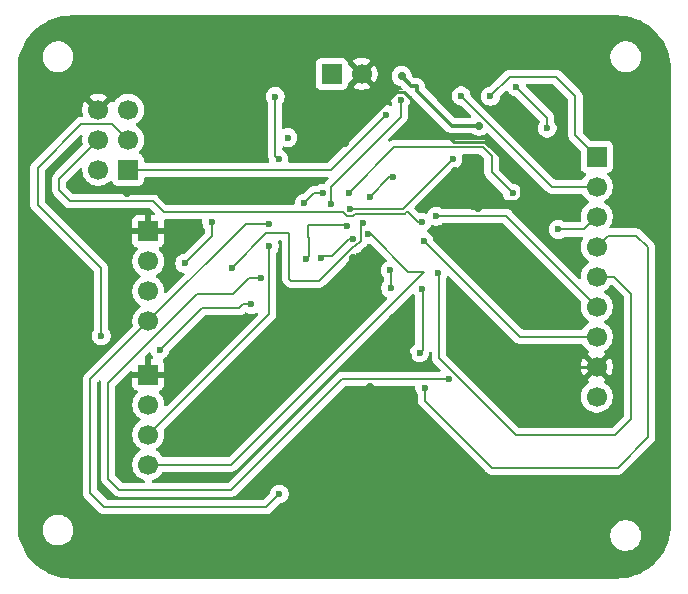
<source format=gbr>
%TF.GenerationSoftware,KiCad,Pcbnew,9.0.1*%
%TF.CreationDate,2025-11-22T15:28:51+03:00*%
%TF.ProjectId,MCU Datalogger wirh 512KB EEPROM,4d435520-4461-4746-916c-6f6767657220,1*%
%TF.SameCoordinates,Original*%
%TF.FileFunction,Copper,L2,Bot*%
%TF.FilePolarity,Positive*%
%FSLAX46Y46*%
G04 Gerber Fmt 4.6, Leading zero omitted, Abs format (unit mm)*
G04 Created by KiCad (PCBNEW 9.0.1) date 2025-11-22 15:28:51*
%MOMM*%
%LPD*%
G01*
G04 APERTURE LIST*
%TA.AperFunction,ComponentPad*%
%ADD10R,1.700000X1.700000*%
%TD*%
%TA.AperFunction,ComponentPad*%
%ADD11C,1.700000*%
%TD*%
%TA.AperFunction,ViaPad*%
%ADD12C,0.600000*%
%TD*%
%TA.AperFunction,ViaPad*%
%ADD13C,0.700000*%
%TD*%
%TA.AperFunction,Conductor*%
%ADD14C,0.200000*%
%TD*%
%TA.AperFunction,Conductor*%
%ADD15C,0.250000*%
%TD*%
%TA.AperFunction,Conductor*%
%ADD16C,0.300000*%
%TD*%
G04 APERTURE END LIST*
D10*
%TO.P,J3,1,Pin_1*%
%TO.N,/D2*%
X157268500Y-87182100D03*
D11*
%TO.P,J3,2,Pin_2*%
%TO.N,/D3*%
X157268500Y-89722100D03*
%TO.P,J3,3,Pin_3*%
%TO.N,/D4*%
X157268500Y-92262100D03*
%TO.P,J3,4,Pin_4*%
%TO.N,/D5*%
X157268500Y-94802100D03*
%TO.P,J3,5,Pin_5*%
%TO.N,/D6*%
X157268500Y-97342100D03*
%TO.P,J3,6,Pin_6*%
%TO.N,/D7*%
X157268500Y-99882100D03*
%TO.P,J3,7,Pin_7*%
%TO.N,/D8*%
X157268500Y-102422100D03*
%TO.P,J3,8,Pin_8*%
%TO.N,GND*%
X157268500Y-104962100D03*
%TO.P,J3,9,Pin_9*%
%TO.N,/Vcc*%
X157268500Y-107502100D03*
%TD*%
D10*
%TO.P,BT1,1,+*%
%TO.N,/Vcc*%
X134828500Y-80162100D03*
D11*
%TO.P,BT1,2,-*%
%TO.N,GND*%
X137368500Y-80162100D03*
%TD*%
D10*
%TO.P,J1,1,Pin_1*%
%TO.N,GND*%
X119293500Y-93492100D03*
D11*
%TO.P,J1,2,Pin_2*%
%TO.N,/Vcc*%
X119293500Y-96032100D03*
%TO.P,J1,3,Pin_3*%
%TO.N,/SDA*%
X119293500Y-98572100D03*
%TO.P,J1,4,Pin_4*%
%TO.N,/SCL*%
X119293500Y-101112100D03*
%TD*%
D10*
%TO.P,J4,1,Pin_1*%
%TO.N,/MISO*%
X117593500Y-88287100D03*
D11*
%TO.P,J4,2,Pin_2*%
%TO.N,/Vcc*%
X115053500Y-88287100D03*
%TO.P,J4,3,Pin_3*%
%TO.N,/SCK*%
X117593500Y-85747100D03*
%TO.P,J4,4,Pin_4*%
%TO.N,/MOSI*%
X115053500Y-85747100D03*
%TO.P,J4,5,Pin_5*%
%TO.N,/RESET*%
X117593500Y-83207100D03*
%TO.P,J4,6,Pin_6*%
%TO.N,GND*%
X115053500Y-83207100D03*
%TD*%
D10*
%TO.P,J2,1,Pin_1*%
%TO.N,GND*%
X119293500Y-105627100D03*
D11*
%TO.P,J2,2,Pin_2*%
%TO.N,/Vcc*%
X119293500Y-108167100D03*
%TO.P,J2,3,Pin_3*%
%TO.N,/RX*%
X119293500Y-110707100D03*
%TO.P,J2,4,Pin_4*%
%TO.N,/TX*%
X119293500Y-113247100D03*
%TD*%
D12*
%TO.N,/SCK*%
X140050000Y-88910000D03*
X138030000Y-90580000D03*
X128020000Y-99690000D03*
X120280000Y-103530000D03*
X137520000Y-92820000D03*
X115310000Y-102340000D03*
X126390000Y-96580000D03*
D13*
%TO.N,GND*%
X134725100Y-109462100D03*
X150092100Y-94863900D03*
X153063900Y-104363500D03*
X125377900Y-101442500D03*
X141278300Y-104084100D03*
X147196500Y-91512100D03*
X138093500Y-106687100D03*
X133543500Y-104058700D03*
X145253400Y-88399600D03*
X135944300Y-86050100D03*
X140008300Y-100832900D03*
X117478500Y-90212100D03*
X121567900Y-105277900D03*
X130838900Y-100223300D03*
X132108900Y-82849700D03*
X153800500Y-100350300D03*
X121821900Y-89733100D03*
X144427900Y-90393500D03*
X132032700Y-87040700D03*
X136655500Y-95778300D03*
%TO.N,/Vcc*%
X140744900Y-80360500D03*
X147320725Y-84554275D03*
D12*
%TO.N,/SDA*%
X132489900Y-91104700D03*
X122380700Y-96210100D03*
X136274500Y-90291900D03*
X134064700Y-90266500D03*
X124666700Y-92749600D03*
X150142900Y-90291900D03*
%TO.N,/RX*%
X129543500Y-94737100D03*
%TO.N,/D2*%
X145068500Y-87387100D03*
X136118500Y-93062100D03*
X132616900Y-95803700D03*
X136368500Y-91612100D03*
X148268500Y-82062100D03*
%TO.N,/D7*%
X143693500Y-92212100D03*
%TO.N,/TX*%
X137868500Y-93762100D03*
%TO.N,/MOSI*%
X142468500Y-92737100D03*
%TO.N,/D5*%
X139793500Y-96812100D03*
X139818500Y-98312100D03*
X142718500Y-106802100D03*
X142469973Y-98362100D03*
X142268500Y-103762100D03*
%TO.N,/D6*%
X143843500Y-97018431D03*
%TO.N,/D4*%
X154018500Y-93337100D03*
X128868500Y-97462100D03*
X144743500Y-105987100D03*
%TO.N,/SCL*%
X153063900Y-84754700D03*
X150447700Y-81274900D03*
X129493500Y-92841100D03*
X130051500Y-82087700D03*
X130330900Y-87396300D03*
X130393500Y-115737100D03*
X131118500Y-85562100D03*
%TO.N,/D3*%
X140668500Y-82362100D03*
X145793500Y-82037100D03*
X134743500Y-91187100D03*
X133941500Y-95762100D03*
X136593500Y-94162100D03*
%TO.N,/D8*%
X142643500Y-94312100D03*
%TO.N,/MISO*%
X139443500Y-83612100D03*
%TD*%
D14*
%TO.N,/SCK*%
X139700000Y-88910000D02*
X140050000Y-88910000D01*
X138030000Y-90580000D02*
X139700000Y-88910000D01*
X136842443Y-94763100D02*
X137267500Y-94338043D01*
X137267500Y-93072500D02*
X137520000Y-92820000D01*
X136679336Y-94763100D02*
X136842443Y-94763100D01*
X137267500Y-94338043D02*
X137267500Y-93072500D01*
X133762436Y-97680000D02*
X136679336Y-94763100D01*
X131410000Y-97680000D02*
X133762436Y-97680000D01*
X131250000Y-93670000D02*
X131250000Y-97520000D01*
X129300000Y-93670000D02*
X131250000Y-93670000D01*
X126390000Y-96580000D02*
X129300000Y-93670000D01*
X127310000Y-99690000D02*
X128020000Y-99690000D01*
X127010000Y-99990000D02*
X127310000Y-99690000D01*
X123820000Y-99990000D02*
X127010000Y-99990000D01*
X120280000Y-103530000D02*
X123820000Y-99990000D01*
X115310000Y-96630000D02*
X115310000Y-102340000D01*
X131250000Y-97520000D02*
X131410000Y-97680000D01*
X109920000Y-91240000D02*
X113440000Y-94760000D01*
X109920000Y-88100000D02*
X109920000Y-91240000D01*
X116254500Y-84408100D02*
X113611900Y-84408100D01*
X113611900Y-84408100D02*
X109920000Y-88100000D01*
X117593500Y-85747100D02*
X116254500Y-84408100D01*
X113440000Y-94760000D02*
X115310000Y-96630000D01*
D15*
%TO.N,GND*%
X141278300Y-104084100D02*
X141278300Y-102102900D01*
X150818900Y-88897734D02*
X150818900Y-90571909D01*
X121342900Y-90212100D02*
X121821900Y-89733100D01*
X138093500Y-106687100D02*
X137500100Y-106687100D01*
X125377900Y-101467900D02*
X125377900Y-101442500D01*
X153800500Y-98572300D02*
X150092100Y-94863900D01*
X141278300Y-102102900D02*
X140008300Y-100832900D01*
X144427900Y-89225100D02*
X145253400Y-88399600D01*
X145166709Y-85904300D02*
X147825466Y-85904300D01*
X140308300Y-81686100D02*
X140948509Y-81686100D01*
X147196500Y-91512100D02*
X146714900Y-91512100D01*
X140948509Y-81686100D02*
X145166709Y-85904300D01*
X145291500Y-88361500D02*
X145253400Y-88399600D01*
X146170700Y-90967900D02*
X144427900Y-89225100D01*
X147825466Y-85904300D02*
X150818900Y-88897734D01*
X132032700Y-82925900D02*
X132032700Y-87040700D01*
X117478500Y-90212100D02*
X121342900Y-90212100D01*
X135944300Y-86050100D02*
X140308300Y-81686100D01*
X153662500Y-104962100D02*
X157268500Y-104962100D01*
X137500100Y-106687100D02*
X134725100Y-109462100D01*
X132108900Y-82849700D02*
X132032700Y-82925900D01*
X144427900Y-90393500D02*
X144427900Y-89225100D01*
X130838900Y-100223300D02*
X132210500Y-100223300D01*
X150422909Y-90967900D02*
X146170700Y-90967900D01*
X153063900Y-104363500D02*
X153662500Y-104962100D01*
X132210500Y-100223300D02*
X136655500Y-95778300D01*
X150818900Y-90571909D02*
X150422909Y-90967900D01*
X146714900Y-91512100D02*
X146170700Y-90967900D01*
X121567900Y-105277900D02*
X125377900Y-101467900D01*
X153800500Y-100350300D02*
X153800500Y-98572300D01*
D16*
%TO.N,/Vcc*%
X143361100Y-82875100D02*
X142091100Y-81605100D01*
X141583100Y-81198700D02*
X140744900Y-80360500D01*
X147320725Y-84554275D02*
X145040275Y-84554275D01*
X142091100Y-81605100D02*
X142091100Y-81198700D01*
X145040275Y-84554275D02*
X143361100Y-82875100D01*
X142091100Y-81198700D02*
X141583100Y-81198700D01*
D14*
%TO.N,/SDA*%
X148364900Y-87116900D02*
X147628300Y-86380300D01*
X140135300Y-86380300D02*
X136274500Y-90241100D01*
X134064700Y-90266500D02*
X133328100Y-90266500D01*
X147628300Y-86380300D02*
X140135300Y-86380300D01*
X148364900Y-88513900D02*
X148364900Y-87116900D01*
X150142900Y-90291900D02*
X148364900Y-88513900D01*
X136274500Y-90241100D02*
X136274500Y-90291900D01*
X133328100Y-90266500D02*
X132489900Y-91104700D01*
X122380700Y-96210100D02*
X124666700Y-93924100D01*
X124666700Y-93924100D02*
X124666700Y-92749600D01*
%TO.N,/RX*%
X119293500Y-110707100D02*
X129543500Y-100457100D01*
X129543500Y-100457100D02*
X129543500Y-94737100D01*
%TO.N,/D2*%
X157268500Y-87182100D02*
X155468500Y-85382100D01*
X153818500Y-80412100D02*
X152068500Y-80412100D01*
X152068500Y-80412100D02*
X149918500Y-80412100D01*
X149918500Y-80412100D02*
X148268500Y-82062100D01*
X145068500Y-87387100D02*
X140843500Y-91612100D01*
X132616900Y-95803700D02*
X132868500Y-95552100D01*
X136043500Y-92987100D02*
X136118500Y-93062100D01*
X132868500Y-94012100D02*
X132843500Y-93987100D01*
X140843500Y-91612100D02*
X136368500Y-91612100D01*
X132843500Y-92987100D02*
X136043500Y-92987100D01*
X132843500Y-93987100D02*
X132843500Y-92987100D01*
X155468500Y-85382100D02*
X155468500Y-82062100D01*
X132868500Y-95552100D02*
X132868500Y-94012100D01*
X155468500Y-82062100D02*
X153818500Y-80412100D01*
%TO.N,/D7*%
X149598500Y-92212100D02*
X143693500Y-92212100D01*
X157268500Y-99882100D02*
X149598500Y-92212100D01*
%TO.N,/TX*%
X138168500Y-93762100D02*
X141306843Y-96900443D01*
X141306843Y-96900443D02*
X142661828Y-96900443D01*
X142661828Y-96900443D02*
X126315171Y-113247100D01*
X126315171Y-113247100D02*
X119293500Y-113247100D01*
X137868500Y-93762100D02*
X138168500Y-93762100D01*
%TO.N,/MOSI*%
X119668500Y-90912100D02*
X112717900Y-90912100D01*
X141156000Y-91866700D02*
X141009600Y-92013100D01*
X111760000Y-90030000D02*
X112680000Y-90950000D01*
X141273100Y-91866700D02*
X141156000Y-91866700D01*
X136617443Y-92213100D02*
X136119557Y-92213100D01*
X135773157Y-91866700D02*
X120623100Y-91866700D01*
X141009600Y-92013100D02*
X136817443Y-92013100D01*
X112717900Y-90912100D02*
X112680000Y-90950000D01*
X136817443Y-92013100D02*
X136617443Y-92213100D01*
X142143500Y-92737100D02*
X141273100Y-91866700D01*
X136119557Y-92213100D02*
X135773157Y-91866700D01*
X142468500Y-92737100D02*
X142143500Y-92737100D01*
X111760000Y-89040600D02*
X111760000Y-90030000D01*
X120623100Y-91866700D02*
X119668500Y-90912100D01*
X111760000Y-89040600D02*
X115053500Y-85747100D01*
%TO.N,/D5*%
X161618500Y-110951500D02*
X159057900Y-113512100D01*
X142518500Y-98410627D02*
X142469973Y-98362100D01*
X161618500Y-94862100D02*
X161618500Y-110951500D01*
X139818500Y-98312100D02*
X139818500Y-96837100D01*
X148393500Y-113512100D02*
X142718500Y-107837100D01*
X139818500Y-96837100D02*
X139793500Y-96812100D01*
X160616400Y-93860000D02*
X161618500Y-94862100D01*
X142268500Y-103762100D02*
X142518500Y-103512100D01*
X142518500Y-103512100D02*
X142518500Y-98410627D01*
X157268500Y-94802100D02*
X158210600Y-93860000D01*
X158210600Y-93860000D02*
X160616400Y-93860000D01*
X159057900Y-113512100D02*
X148393500Y-113512100D01*
X142718500Y-107837100D02*
X142718500Y-106802100D01*
%TO.N,/D6*%
X160180000Y-109380000D02*
X158820000Y-110740000D01*
X158820000Y-110740000D02*
X150421400Y-110740000D01*
X157268500Y-97342100D02*
X158748500Y-97342100D01*
X143862169Y-97037100D02*
X143843500Y-97018431D01*
X143918500Y-97037100D02*
X143862169Y-97037100D01*
X158748500Y-97342100D02*
X160180000Y-98773600D01*
X143918500Y-104237100D02*
X143918500Y-97037100D01*
X150421400Y-110740000D02*
X143918500Y-104237100D01*
X160180000Y-98773600D02*
X160180000Y-109380000D01*
%TO.N,/D4*%
X135718500Y-105987100D02*
X126318500Y-115387100D01*
X157268500Y-92262100D02*
X156193500Y-93337100D01*
X115918500Y-114448500D02*
X115918500Y-106312100D01*
X123443500Y-98787100D02*
X126493500Y-98787100D01*
X144743500Y-105987100D02*
X135718500Y-105987100D01*
X126493500Y-98787100D02*
X127818500Y-97462100D01*
X127818500Y-97462100D02*
X128868500Y-97462100D01*
X156193500Y-93337100D02*
X154018500Y-93337100D01*
X115918500Y-106312100D02*
X123443500Y-98787100D01*
X116857100Y-115387100D02*
X115918500Y-114448500D01*
X126318500Y-115387100D02*
X116857100Y-115387100D01*
%TO.N,/SCL*%
X130051500Y-82087700D02*
X130051500Y-87116900D01*
X115557100Y-116837100D02*
X129293500Y-116837100D01*
X129293500Y-116837100D02*
X130393500Y-115737100D01*
X130051500Y-87116900D02*
X130330900Y-87396300D01*
X153063900Y-83891100D02*
X150447700Y-81274900D01*
X114368500Y-115648500D02*
X115557100Y-116837100D01*
X119293500Y-101112100D02*
X114368500Y-106037100D01*
X131043500Y-85487100D02*
X131118500Y-85562100D01*
X153063900Y-84754700D02*
X153063900Y-83891100D01*
X127564500Y-92841100D02*
X119293500Y-101112100D01*
X129493500Y-92841100D02*
X127564500Y-92841100D01*
X114368500Y-106037100D02*
X114368500Y-115648500D01*
%TO.N,/D3*%
X134743500Y-89737100D02*
X134743500Y-91187100D01*
X139318500Y-85162100D02*
X134743500Y-89737100D01*
X134877500Y-95600500D02*
X136315900Y-94162100D01*
X140668500Y-82362100D02*
X140668500Y-83812100D01*
X134103100Y-95600500D02*
X134877500Y-95600500D01*
X136315900Y-94162100D02*
X136593500Y-94162100D01*
X153478500Y-89722100D02*
X145793500Y-82037100D01*
X140668500Y-83812100D02*
X139318500Y-85162100D01*
X157268500Y-89722100D02*
X153478500Y-89722100D01*
X133941500Y-95762100D02*
X134103100Y-95600500D01*
%TO.N,/D8*%
X150753500Y-102422100D02*
X142643500Y-94312100D01*
X157268500Y-102422100D02*
X150753500Y-102422100D01*
%TO.N,/MISO*%
X117593500Y-88287100D02*
X134768500Y-88287100D01*
X134768500Y-88287100D02*
X139443500Y-83612100D01*
%TD*%
%TA.AperFunction,Conductor*%
%TO.N,GND*%
G36*
X117866451Y-105315897D02*
G01*
X117910798Y-105344398D01*
X117943500Y-105377100D01*
X118860488Y-105377100D01*
X118827575Y-105434107D01*
X118793500Y-105561274D01*
X118793500Y-105692926D01*
X118827575Y-105820093D01*
X118860488Y-105877100D01*
X117943500Y-105877100D01*
X117943500Y-106524944D01*
X117949901Y-106584472D01*
X117949903Y-106584479D01*
X118000145Y-106719186D01*
X118000149Y-106719193D01*
X118086309Y-106834287D01*
X118086312Y-106834290D01*
X118201406Y-106920450D01*
X118201413Y-106920454D01*
X118332970Y-106969522D01*
X118388904Y-107011393D01*
X118413321Y-107076858D01*
X118398469Y-107145131D01*
X118377319Y-107173385D01*
X118263389Y-107287315D01*
X118138451Y-107459279D01*
X118041944Y-107648685D01*
X117976253Y-107850860D01*
X117965912Y-107916154D01*
X117943000Y-108060813D01*
X117943000Y-108273387D01*
X117976254Y-108483343D01*
X118003821Y-108568186D01*
X118041944Y-108685514D01*
X118138451Y-108874920D01*
X118263390Y-109046886D01*
X118413713Y-109197209D01*
X118585682Y-109322150D01*
X118594446Y-109326616D01*
X118645242Y-109374591D01*
X118662036Y-109442412D01*
X118639498Y-109508547D01*
X118594446Y-109547584D01*
X118585682Y-109552049D01*
X118413713Y-109676990D01*
X118263390Y-109827313D01*
X118138451Y-109999279D01*
X118041944Y-110188685D01*
X117976253Y-110390860D01*
X117976253Y-110390862D01*
X117943000Y-110600813D01*
X117943000Y-110813387D01*
X117976254Y-111023343D01*
X118040322Y-111220524D01*
X118041944Y-111225514D01*
X118138451Y-111414920D01*
X118263390Y-111586886D01*
X118413713Y-111737209D01*
X118585682Y-111862150D01*
X118594446Y-111866616D01*
X118645242Y-111914591D01*
X118662036Y-111982412D01*
X118639498Y-112048547D01*
X118594446Y-112087584D01*
X118585682Y-112092049D01*
X118413713Y-112216990D01*
X118263390Y-112367313D01*
X118138451Y-112539279D01*
X118041944Y-112728685D01*
X117976253Y-112930860D01*
X117943000Y-113140813D01*
X117943000Y-113353387D01*
X117976254Y-113563343D01*
X117989986Y-113605607D01*
X118041944Y-113765514D01*
X118138451Y-113954920D01*
X118263390Y-114126886D01*
X118413713Y-114277209D01*
X118585679Y-114402148D01*
X118585681Y-114402149D01*
X118585684Y-114402151D01*
X118775088Y-114498657D01*
X118916700Y-114544669D01*
X118974375Y-114584107D01*
X119001573Y-114648465D01*
X118989658Y-114717311D01*
X118942414Y-114768787D01*
X118878381Y-114786600D01*
X117157197Y-114786600D01*
X117090158Y-114766915D01*
X117069516Y-114750281D01*
X116555319Y-114236084D01*
X116521834Y-114174761D01*
X116519000Y-114148403D01*
X116519000Y-106612197D01*
X116538685Y-106545158D01*
X116555319Y-106524516D01*
X117136451Y-105943384D01*
X117735438Y-105344396D01*
X117796759Y-105310913D01*
X117866451Y-105315897D01*
G37*
%TD.AperFunction*%
%TA.AperFunction,Conductor*%
G36*
X141729092Y-98764062D02*
G01*
X141748563Y-98765455D01*
X141761475Y-98775121D01*
X141776740Y-98780334D01*
X141802383Y-98804585D01*
X141805530Y-98808553D01*
X141848184Y-98872389D01*
X141886722Y-98910927D01*
X141891154Y-98916515D01*
X141901701Y-98942549D01*
X141915166Y-98967207D01*
X141914644Y-98974497D01*
X141917389Y-98981272D01*
X141918000Y-98993567D01*
X141918000Y-102967264D01*
X141898315Y-103034303D01*
X141862891Y-103070366D01*
X141758210Y-103140310D01*
X141646713Y-103251807D01*
X141646710Y-103251811D01*
X141559109Y-103382914D01*
X141559102Y-103382927D01*
X141498764Y-103528598D01*
X141498761Y-103528610D01*
X141468000Y-103683253D01*
X141468000Y-103840946D01*
X141498761Y-103995589D01*
X141498764Y-103995601D01*
X141559102Y-104141272D01*
X141559109Y-104141285D01*
X141646710Y-104272388D01*
X141646713Y-104272392D01*
X141758207Y-104383886D01*
X141758211Y-104383889D01*
X141889314Y-104471490D01*
X141889327Y-104471497D01*
X142004021Y-104519004D01*
X142035003Y-104531837D01*
X142186647Y-104562001D01*
X142189653Y-104562599D01*
X142189656Y-104562600D01*
X142189658Y-104562600D01*
X142347344Y-104562600D01*
X142347345Y-104562599D01*
X142501997Y-104531837D01*
X142647679Y-104471494D01*
X142778789Y-104383889D01*
X142890289Y-104272389D01*
X142977894Y-104141279D01*
X143038237Y-103995597D01*
X143069000Y-103840942D01*
X143069000Y-103790462D01*
X143070627Y-103782282D01*
X143069711Y-103777203D01*
X143078440Y-103743006D01*
X143079440Y-103740592D01*
X143123283Y-103686190D01*
X143189578Y-103664127D01*
X143257277Y-103681408D01*
X143304886Y-103732547D01*
X143318000Y-103788048D01*
X143318000Y-104150430D01*
X143317999Y-104150448D01*
X143317999Y-104316154D01*
X143317998Y-104316154D01*
X143358923Y-104468885D01*
X143387858Y-104519000D01*
X143387859Y-104519004D01*
X143387860Y-104519004D01*
X143437979Y-104605814D01*
X143437981Y-104605817D01*
X143556849Y-104724685D01*
X143556855Y-104724690D01*
X144007084Y-105174919D01*
X144040569Y-105236242D01*
X144035585Y-105305934D01*
X143993713Y-105361867D01*
X143928249Y-105386284D01*
X143919403Y-105386600D01*
X135639440Y-105386600D01*
X135598519Y-105397564D01*
X135598519Y-105397565D01*
X135561251Y-105407551D01*
X135486714Y-105427523D01*
X135486709Y-105427526D01*
X135349790Y-105506575D01*
X135349782Y-105506581D01*
X135237980Y-105618384D01*
X135237978Y-105618386D01*
X130667677Y-110188688D01*
X126106084Y-114750281D01*
X126044761Y-114783766D01*
X126018403Y-114786600D01*
X119708619Y-114786600D01*
X119641580Y-114766915D01*
X119595825Y-114714111D01*
X119585881Y-114644953D01*
X119614906Y-114581397D01*
X119670299Y-114544669D01*
X119811912Y-114498657D01*
X120001316Y-114402151D01*
X120056789Y-114361848D01*
X120173286Y-114277209D01*
X120173288Y-114277206D01*
X120173292Y-114277204D01*
X120323604Y-114126892D01*
X120323606Y-114126888D01*
X120323609Y-114126886D01*
X120384744Y-114042739D01*
X120448551Y-113954916D01*
X120448849Y-113954330D01*
X120468735Y-113915305D01*
X120516709Y-113864509D01*
X120579219Y-113847600D01*
X126228502Y-113847600D01*
X126228518Y-113847601D01*
X126236114Y-113847601D01*
X126394225Y-113847601D01*
X126394228Y-113847601D01*
X126546956Y-113806677D01*
X126597075Y-113777739D01*
X126683887Y-113727620D01*
X126795691Y-113615816D01*
X126795691Y-113615814D01*
X126805899Y-113605607D01*
X126805901Y-113605604D01*
X141617550Y-98793954D01*
X141631703Y-98786226D01*
X141642787Y-98774506D01*
X141661739Y-98769825D01*
X141678871Y-98760471D01*
X141694958Y-98761621D01*
X141710619Y-98757754D01*
X141729092Y-98764062D01*
G37*
%TD.AperFunction*%
%TA.AperFunction,Conductor*%
G36*
X130592539Y-94290185D02*
G01*
X130638294Y-94342989D01*
X130649500Y-94394500D01*
X130649500Y-97433330D01*
X130649499Y-97433348D01*
X130649499Y-97599054D01*
X130649498Y-97599054D01*
X130690423Y-97751785D01*
X130701071Y-97770227D01*
X130701072Y-97770230D01*
X130769475Y-97888709D01*
X130769481Y-97888717D01*
X130888349Y-98007585D01*
X130888355Y-98007590D01*
X130925139Y-98044374D01*
X130925149Y-98044385D01*
X130929479Y-98048715D01*
X130929480Y-98048716D01*
X131041284Y-98160520D01*
X131128095Y-98210639D01*
X131128097Y-98210641D01*
X131164806Y-98231835D01*
X131178215Y-98239577D01*
X131330943Y-98280500D01*
X131489057Y-98280500D01*
X133675767Y-98280500D01*
X133675783Y-98280501D01*
X133683379Y-98280501D01*
X133841490Y-98280501D01*
X133841493Y-98280501D01*
X133994221Y-98239577D01*
X134044340Y-98210639D01*
X134131152Y-98160520D01*
X134242956Y-98048716D01*
X134242956Y-98048714D01*
X134253164Y-98038507D01*
X134253165Y-98038504D01*
X136906983Y-95384687D01*
X136914647Y-95379633D01*
X136918033Y-95374881D01*
X136933874Y-95366953D01*
X136948603Y-95357241D01*
X136955438Y-95354506D01*
X137074228Y-95322677D01*
X137155050Y-95276014D01*
X137211159Y-95243620D01*
X137322963Y-95131816D01*
X137322963Y-95131814D01*
X137333167Y-95121611D01*
X137333171Y-95121606D01*
X137626006Y-94828771D01*
X137626011Y-94828767D01*
X137636214Y-94818563D01*
X137636216Y-94818563D01*
X137748020Y-94706759D01*
X137776025Y-94658253D01*
X137795455Y-94624600D01*
X137798630Y-94621572D01*
X137799955Y-94617388D01*
X137823688Y-94597678D01*
X137846022Y-94576384D01*
X137851285Y-94574762D01*
X137853707Y-94572751D01*
X137866163Y-94570177D01*
X137887772Y-94563519D01*
X137895278Y-94562600D01*
X137947342Y-94562600D01*
X138030700Y-94546018D01*
X138035273Y-94545459D01*
X138065363Y-94550431D01*
X138095742Y-94553149D01*
X138100438Y-94556227D01*
X138104208Y-94556850D01*
X138111640Y-94563568D01*
X138138024Y-94580859D01*
X139456726Y-95899561D01*
X139490211Y-95960884D01*
X139485227Y-96030576D01*
X139443355Y-96086509D01*
X139416511Y-96101798D01*
X139414327Y-96102702D01*
X139414314Y-96102709D01*
X139283211Y-96190310D01*
X139283207Y-96190313D01*
X139171713Y-96301807D01*
X139171710Y-96301811D01*
X139084109Y-96432914D01*
X139084102Y-96432927D01*
X139023764Y-96578598D01*
X139023761Y-96578610D01*
X138993000Y-96733253D01*
X138993000Y-96890946D01*
X139023761Y-97045589D01*
X139023764Y-97045601D01*
X139084102Y-97191272D01*
X139084109Y-97191285D01*
X139171710Y-97322388D01*
X139171712Y-97322391D01*
X139181678Y-97332356D01*
X139215165Y-97393678D01*
X139218000Y-97420040D01*
X139218000Y-97732334D01*
X139198315Y-97799373D01*
X139197102Y-97801225D01*
X139109109Y-97932914D01*
X139109102Y-97932927D01*
X139048764Y-98078598D01*
X139048761Y-98078610D01*
X139018000Y-98233253D01*
X139018000Y-98390946D01*
X139048761Y-98545589D01*
X139048764Y-98545601D01*
X139109102Y-98691272D01*
X139109109Y-98691285D01*
X139196710Y-98822388D01*
X139196713Y-98822392D01*
X139308207Y-98933886D01*
X139308211Y-98933889D01*
X139439314Y-99021490D01*
X139439316Y-99021491D01*
X139439317Y-99021491D01*
X139439321Y-99021494D01*
X139446211Y-99024348D01*
X139500614Y-99068185D01*
X139522683Y-99134478D01*
X139505407Y-99202178D01*
X139486443Y-99226591D01*
X126102755Y-112610281D01*
X126041432Y-112643766D01*
X126015074Y-112646600D01*
X120579219Y-112646600D01*
X120512180Y-112626915D01*
X120468735Y-112578895D01*
X120448552Y-112539285D01*
X120448551Y-112539284D01*
X120323609Y-112367313D01*
X120173286Y-112216990D01*
X120001320Y-112092051D01*
X120000615Y-112091691D01*
X119992554Y-112087585D01*
X119941759Y-112039612D01*
X119924963Y-111971792D01*
X119947499Y-111905656D01*
X119992554Y-111866615D01*
X120001316Y-111862151D01*
X120023289Y-111846186D01*
X120173286Y-111737209D01*
X120173288Y-111737206D01*
X120173292Y-111737204D01*
X120323604Y-111586892D01*
X120323606Y-111586888D01*
X120323609Y-111586886D01*
X120448548Y-111414920D01*
X120448547Y-111414920D01*
X120448551Y-111414916D01*
X120545057Y-111225512D01*
X120610746Y-111023343D01*
X120644000Y-110813387D01*
X120644000Y-110600813D01*
X120610746Y-110390857D01*
X120597006Y-110348573D01*
X120595012Y-110278735D01*
X120627255Y-110222578D01*
X129912213Y-100937621D01*
X129912216Y-100937620D01*
X130024020Y-100825816D01*
X130074139Y-100739004D01*
X130103077Y-100688885D01*
X130144001Y-100536157D01*
X130144001Y-100378043D01*
X130144001Y-100370448D01*
X130144000Y-100370430D01*
X130144000Y-95316865D01*
X130163685Y-95249826D01*
X130164898Y-95247974D01*
X130242515Y-95131813D01*
X130252894Y-95116279D01*
X130257175Y-95105945D01*
X130282608Y-95044542D01*
X130313237Y-94970597D01*
X130344000Y-94815942D01*
X130344000Y-94658258D01*
X130344000Y-94658255D01*
X130343999Y-94658253D01*
X130338442Y-94630316D01*
X130313237Y-94503603D01*
X130305888Y-94485860D01*
X130287701Y-94441952D01*
X130280232Y-94372483D01*
X130311508Y-94310004D01*
X130371597Y-94274352D01*
X130402262Y-94270500D01*
X130525500Y-94270500D01*
X130592539Y-94290185D01*
G37*
%TD.AperFunction*%
%TA.AperFunction,Conductor*%
G36*
X144725187Y-97271009D02*
G01*
X144755450Y-97278733D01*
X144759931Y-97282214D01*
X144761946Y-97282864D01*
X144764022Y-97285392D01*
X144779859Y-97297694D01*
X150268639Y-102786474D01*
X150268649Y-102786485D01*
X150272979Y-102790815D01*
X150272980Y-102790816D01*
X150384784Y-102902620D01*
X150471221Y-102952524D01*
X150471222Y-102952525D01*
X150521709Y-102981674D01*
X150521710Y-102981675D01*
X150521712Y-102981675D01*
X150521715Y-102981677D01*
X150674443Y-103022601D01*
X150674446Y-103022601D01*
X150840153Y-103022601D01*
X150840169Y-103022600D01*
X155982781Y-103022600D01*
X156049820Y-103042285D01*
X156093265Y-103090305D01*
X156113447Y-103129914D01*
X156113448Y-103129915D01*
X156238390Y-103301886D01*
X156388713Y-103452209D01*
X156560679Y-103577148D01*
X156560681Y-103577149D01*
X156560684Y-103577151D01*
X156569993Y-103581894D01*
X156620790Y-103629866D01*
X156637587Y-103697687D01*
X156615052Y-103763822D01*
X156570005Y-103802860D01*
X156560946Y-103807476D01*
X156560940Y-103807480D01*
X156506782Y-103846827D01*
X156506782Y-103846828D01*
X157139091Y-104479137D01*
X157075507Y-104496175D01*
X156961493Y-104562001D01*
X156868401Y-104655093D01*
X156802575Y-104769107D01*
X156785537Y-104832691D01*
X156153228Y-104200382D01*
X156153227Y-104200382D01*
X156113880Y-104254539D01*
X156017404Y-104443882D01*
X155951742Y-104645969D01*
X155951742Y-104645972D01*
X155918500Y-104855853D01*
X155918500Y-105068346D01*
X155951742Y-105278227D01*
X155951742Y-105278230D01*
X156017404Y-105480317D01*
X156113875Y-105669650D01*
X156153228Y-105723816D01*
X156785537Y-105091508D01*
X156802575Y-105155093D01*
X156868401Y-105269107D01*
X156961493Y-105362199D01*
X157075507Y-105428025D01*
X157139090Y-105445062D01*
X156506782Y-106077369D01*
X156506782Y-106077370D01*
X156560952Y-106116726D01*
X156560951Y-106116726D01*
X156569995Y-106121334D01*
X156620792Y-106169308D01*
X156637587Y-106237129D01*
X156615050Y-106303264D01*
X156569999Y-106342302D01*
X156560682Y-106347049D01*
X156388713Y-106471990D01*
X156238390Y-106622313D01*
X156113451Y-106794279D01*
X156016944Y-106983685D01*
X155951253Y-107185860D01*
X155918000Y-107395813D01*
X155918000Y-107608386D01*
X155940497Y-107750430D01*
X155951254Y-107818343D01*
X155961819Y-107850860D01*
X156016944Y-108020514D01*
X156113451Y-108209920D01*
X156238390Y-108381886D01*
X156388713Y-108532209D01*
X156560679Y-108657148D01*
X156560681Y-108657149D01*
X156560684Y-108657151D01*
X156750088Y-108753657D01*
X156952257Y-108819346D01*
X157162213Y-108852600D01*
X157162214Y-108852600D01*
X157374786Y-108852600D01*
X157374787Y-108852600D01*
X157584743Y-108819346D01*
X157786912Y-108753657D01*
X157976316Y-108657151D01*
X158098767Y-108568186D01*
X158148286Y-108532209D01*
X158148288Y-108532206D01*
X158148292Y-108532204D01*
X158298604Y-108381892D01*
X158298606Y-108381888D01*
X158298609Y-108381886D01*
X158423548Y-108209920D01*
X158423547Y-108209920D01*
X158423551Y-108209916D01*
X158520057Y-108020512D01*
X158585746Y-107818343D01*
X158619000Y-107608387D01*
X158619000Y-107395813D01*
X158585746Y-107185857D01*
X158520057Y-106983688D01*
X158423551Y-106794284D01*
X158423549Y-106794281D01*
X158423548Y-106794279D01*
X158298609Y-106622313D01*
X158148286Y-106471990D01*
X157976317Y-106347049D01*
X157967004Y-106342304D01*
X157916207Y-106294330D01*
X157899412Y-106226509D01*
X157921949Y-106160374D01*
X157967007Y-106121332D01*
X157976055Y-106116722D01*
X158030216Y-106077370D01*
X158030217Y-106077370D01*
X157397908Y-105445062D01*
X157461493Y-105428025D01*
X157575507Y-105362199D01*
X157668599Y-105269107D01*
X157734425Y-105155093D01*
X157751462Y-105091509D01*
X158383770Y-105723817D01*
X158383770Y-105723816D01*
X158423122Y-105669654D01*
X158519595Y-105480317D01*
X158585257Y-105278230D01*
X158585257Y-105278227D01*
X158618500Y-105068346D01*
X158618500Y-104855853D01*
X158585257Y-104645972D01*
X158585257Y-104645969D01*
X158519595Y-104443882D01*
X158423124Y-104254549D01*
X158383770Y-104200382D01*
X158383769Y-104200382D01*
X157751462Y-104832690D01*
X157734425Y-104769107D01*
X157668599Y-104655093D01*
X157575507Y-104562001D01*
X157461493Y-104496175D01*
X157397909Y-104479137D01*
X158030216Y-103846828D01*
X157976047Y-103807473D01*
X157976047Y-103807472D01*
X157967000Y-103802863D01*
X157916206Y-103754888D01*
X157899412Y-103687066D01*
X157921951Y-103620932D01*
X157967008Y-103581893D01*
X157976316Y-103577151D01*
X158055507Y-103519615D01*
X158148286Y-103452209D01*
X158148288Y-103452206D01*
X158148292Y-103452204D01*
X158298604Y-103301892D01*
X158298606Y-103301888D01*
X158298609Y-103301886D01*
X158423548Y-103129920D01*
X158423547Y-103129920D01*
X158423551Y-103129916D01*
X158520057Y-102940512D01*
X158585746Y-102738343D01*
X158619000Y-102528387D01*
X158619000Y-102315813D01*
X158585746Y-102105857D01*
X158520057Y-101903688D01*
X158423551Y-101714284D01*
X158423549Y-101714281D01*
X158423548Y-101714279D01*
X158298609Y-101542313D01*
X158148286Y-101391990D01*
X157976320Y-101267051D01*
X157975615Y-101266691D01*
X157967554Y-101262585D01*
X157916759Y-101214612D01*
X157899963Y-101146792D01*
X157922499Y-101080656D01*
X157967554Y-101041615D01*
X157976316Y-101037151D01*
X158019449Y-101005813D01*
X158148286Y-100912209D01*
X158148288Y-100912206D01*
X158148292Y-100912204D01*
X158298604Y-100761892D01*
X158298606Y-100761888D01*
X158298609Y-100761886D01*
X158407586Y-100611889D01*
X158423551Y-100589916D01*
X158520057Y-100400512D01*
X158585746Y-100198343D01*
X158619000Y-99988387D01*
X158619000Y-99775813D01*
X158585746Y-99565857D01*
X158520057Y-99363688D01*
X158423551Y-99174284D01*
X158423549Y-99174281D01*
X158423548Y-99174279D01*
X158298609Y-99002313D01*
X158148286Y-98851990D01*
X157976320Y-98727051D01*
X157975615Y-98726691D01*
X157967554Y-98722585D01*
X157916759Y-98674612D01*
X157899963Y-98606792D01*
X157922499Y-98540656D01*
X157967554Y-98501615D01*
X157976316Y-98497151D01*
X158053682Y-98440942D01*
X158148286Y-98372209D01*
X158148288Y-98372206D01*
X158148292Y-98372204D01*
X158298604Y-98221892D01*
X158415445Y-98061071D01*
X158470773Y-98018408D01*
X158540386Y-98012429D01*
X158602182Y-98045034D01*
X158603443Y-98046278D01*
X159543181Y-98986016D01*
X159576666Y-99047339D01*
X159579500Y-99073697D01*
X159579500Y-109079903D01*
X159559815Y-109146942D01*
X159543181Y-109167584D01*
X158607584Y-110103181D01*
X158546261Y-110136666D01*
X158519903Y-110139500D01*
X150721497Y-110139500D01*
X150654458Y-110119815D01*
X150633816Y-110103181D01*
X144555319Y-104024684D01*
X144521834Y-103963361D01*
X144519000Y-103937003D01*
X144519000Y-97485950D01*
X144521797Y-97473859D01*
X144520770Y-97465071D01*
X144528073Y-97446739D01*
X144531604Y-97431481D01*
X144535266Y-97423991D01*
X144552894Y-97397610D01*
X144579091Y-97334363D01*
X144580782Y-97330906D01*
X144601853Y-97307846D01*
X144621457Y-97283520D01*
X144625230Y-97282264D01*
X144627914Y-97279327D01*
X144658116Y-97271317D01*
X144687751Y-97261454D01*
X144691604Y-97262437D01*
X144695449Y-97261418D01*
X144725187Y-97271009D01*
G37*
%TD.AperFunction*%
%TA.AperFunction,Conductor*%
G36*
X127557450Y-100364356D02*
G01*
X127585393Y-100366355D01*
X127595657Y-100371608D01*
X127598566Y-100372160D01*
X127600712Y-100374194D01*
X127610943Y-100379430D01*
X127640821Y-100399394D01*
X127640827Y-100399396D01*
X127640828Y-100399397D01*
X127734095Y-100438029D01*
X127786503Y-100459737D01*
X127941153Y-100490499D01*
X127941156Y-100490500D01*
X127941158Y-100490500D01*
X128098844Y-100490500D01*
X128098845Y-100490499D01*
X128253497Y-100459737D01*
X128366166Y-100413067D01*
X128399172Y-100399397D01*
X128399172Y-100399396D01*
X128399179Y-100399394D01*
X128415559Y-100388448D01*
X128482236Y-100367569D01*
X128549617Y-100386052D01*
X128596308Y-100438029D01*
X128607487Y-100506999D01*
X128579603Y-100571063D01*
X128572134Y-100579230D01*
X120855681Y-108295683D01*
X120794358Y-108329168D01*
X120724666Y-108324184D01*
X120668733Y-108282312D01*
X120644316Y-108216848D01*
X120644000Y-108208002D01*
X120644000Y-108060813D01*
X120637617Y-108020512D01*
X120610746Y-107850857D01*
X120545057Y-107648688D01*
X120448551Y-107459284D01*
X120448549Y-107459281D01*
X120448548Y-107459279D01*
X120323609Y-107287313D01*
X120209681Y-107173385D01*
X120176196Y-107112062D01*
X120181180Y-107042370D01*
X120223052Y-106986437D01*
X120254029Y-106969522D01*
X120385586Y-106920454D01*
X120385593Y-106920450D01*
X120500687Y-106834290D01*
X120500690Y-106834287D01*
X120586850Y-106719193D01*
X120586854Y-106719186D01*
X120637096Y-106584479D01*
X120637098Y-106584472D01*
X120643499Y-106524944D01*
X120643500Y-106524927D01*
X120643500Y-105877100D01*
X119726512Y-105877100D01*
X119759425Y-105820093D01*
X119793500Y-105692926D01*
X119793500Y-105561274D01*
X119759425Y-105434107D01*
X119726512Y-105377100D01*
X120643500Y-105377100D01*
X120643500Y-104729272D01*
X120643499Y-104729255D01*
X120637098Y-104669727D01*
X120637096Y-104669720D01*
X120586854Y-104535013D01*
X120586852Y-104535010D01*
X120530712Y-104460017D01*
X120506294Y-104394552D01*
X120521145Y-104326279D01*
X120570550Y-104276873D01*
X120582510Y-104271150D01*
X120659179Y-104239394D01*
X120790289Y-104151789D01*
X120901789Y-104040289D01*
X120989394Y-103909179D01*
X121049737Y-103763497D01*
X121080500Y-103608842D01*
X121080638Y-103608150D01*
X121113023Y-103546239D01*
X121114518Y-103544716D01*
X124032416Y-100626819D01*
X124093739Y-100593334D01*
X124120097Y-100590500D01*
X126923331Y-100590500D01*
X126923347Y-100590501D01*
X126930943Y-100590501D01*
X127089054Y-100590501D01*
X127089057Y-100590501D01*
X127241785Y-100549577D01*
X127307564Y-100511599D01*
X127378716Y-100470520D01*
X127459484Y-100389751D01*
X127465131Y-100385285D01*
X127491111Y-100374797D01*
X127515701Y-100361371D01*
X127523069Y-100361897D01*
X127529922Y-100359132D01*
X127557450Y-100364356D01*
G37*
%TD.AperFunction*%
%TA.AperFunction,Conductor*%
G36*
X119453254Y-103729094D02*
G01*
X119509187Y-103770966D01*
X119524481Y-103797824D01*
X119570602Y-103909172D01*
X119570609Y-103909185D01*
X119658210Y-104040288D01*
X119658213Y-104040292D01*
X119683340Y-104065419D01*
X119716825Y-104126742D01*
X119711841Y-104196434D01*
X119669969Y-104252367D01*
X119604505Y-104276784D01*
X119595659Y-104277100D01*
X119543500Y-104277100D01*
X119543500Y-105194088D01*
X119486493Y-105161175D01*
X119359326Y-105127100D01*
X119227674Y-105127100D01*
X119100507Y-105161175D01*
X119043500Y-105194088D01*
X119043500Y-104277100D01*
X119010798Y-104244398D01*
X118977313Y-104183075D01*
X118982297Y-104113383D01*
X119010796Y-104069038D01*
X119322241Y-103757593D01*
X119383562Y-103724110D01*
X119453254Y-103729094D01*
G37*
%TD.AperFunction*%
%TA.AperFunction,Conductor*%
G36*
X149365442Y-92832285D02*
G01*
X149386084Y-92848919D01*
X155934741Y-99397576D01*
X155968226Y-99458899D01*
X155964992Y-99523573D01*
X155951253Y-99565857D01*
X155925707Y-99727151D01*
X155918000Y-99775813D01*
X155918000Y-99988387D01*
X155951254Y-100198343D01*
X156016579Y-100399393D01*
X156016944Y-100400514D01*
X156113451Y-100589920D01*
X156238390Y-100761886D01*
X156388713Y-100912209D01*
X156560682Y-101037150D01*
X156569446Y-101041616D01*
X156620242Y-101089591D01*
X156637036Y-101157412D01*
X156614498Y-101223547D01*
X156569446Y-101262584D01*
X156560682Y-101267049D01*
X156388713Y-101391990D01*
X156238390Y-101542313D01*
X156113448Y-101714284D01*
X156113447Y-101714285D01*
X156093265Y-101753895D01*
X156045291Y-101804691D01*
X155982781Y-101821600D01*
X151053597Y-101821600D01*
X150986558Y-101801915D01*
X150965916Y-101785281D01*
X143478074Y-94297439D01*
X143444589Y-94236116D01*
X143444138Y-94233949D01*
X143413238Y-94078610D01*
X143413237Y-94078603D01*
X143407235Y-94064112D01*
X143352897Y-93932927D01*
X143352890Y-93932914D01*
X143265289Y-93801811D01*
X143265286Y-93801807D01*
X143153792Y-93690313D01*
X143153788Y-93690310D01*
X143022685Y-93602709D01*
X143022675Y-93602704D01*
X142984656Y-93586956D01*
X142930253Y-93543115D01*
X142908188Y-93476820D01*
X142925467Y-93409121D01*
X142963220Y-93369292D01*
X142967187Y-93366640D01*
X142978789Y-93358889D01*
X143090289Y-93247389D01*
X143177894Y-93116279D01*
X143219288Y-93016342D01*
X143263127Y-92961943D01*
X143329421Y-92939877D01*
X143381297Y-92949236D01*
X143460003Y-92981837D01*
X143614653Y-93012599D01*
X143614656Y-93012600D01*
X143614658Y-93012600D01*
X143772344Y-93012600D01*
X143772345Y-93012599D01*
X143926997Y-92981837D01*
X144072679Y-92921494D01*
X144131216Y-92882381D01*
X144204375Y-92833498D01*
X144271053Y-92812620D01*
X144273266Y-92812600D01*
X149298403Y-92812600D01*
X149365442Y-92832285D01*
G37*
%TD.AperFunction*%
%TA.AperFunction,Conductor*%
G36*
X123822635Y-92486885D02*
G01*
X123868390Y-92539689D01*
X123878334Y-92608847D01*
X123877213Y-92615392D01*
X123866200Y-92670755D01*
X123866200Y-92828446D01*
X123896961Y-92983089D01*
X123896964Y-92983101D01*
X123957302Y-93128772D01*
X123957309Y-93128785D01*
X124016668Y-93217621D01*
X124044650Y-93259499D01*
X124045302Y-93260474D01*
X124066180Y-93327151D01*
X124066200Y-93329365D01*
X124066200Y-93624003D01*
X124046515Y-93691042D01*
X124029881Y-93711684D01*
X122366039Y-95375525D01*
X122304716Y-95409010D01*
X122302550Y-95409461D01*
X122147208Y-95440361D01*
X122147198Y-95440364D01*
X122001527Y-95500702D01*
X122001514Y-95500709D01*
X121870411Y-95588310D01*
X121870407Y-95588313D01*
X121758913Y-95699807D01*
X121758910Y-95699811D01*
X121671309Y-95830914D01*
X121671302Y-95830927D01*
X121610964Y-95976598D01*
X121610961Y-95976610D01*
X121580200Y-96131253D01*
X121580200Y-96288946D01*
X121610961Y-96443589D01*
X121610964Y-96443601D01*
X121671302Y-96589272D01*
X121671309Y-96589285D01*
X121758910Y-96720388D01*
X121758913Y-96720392D01*
X121870407Y-96831886D01*
X121870411Y-96831889D01*
X122001514Y-96919490D01*
X122001527Y-96919497D01*
X122097344Y-96959185D01*
X122147203Y-96979837D01*
X122268432Y-97003951D01*
X122277767Y-97005808D01*
X122339678Y-97038193D01*
X122374252Y-97098908D01*
X122370513Y-97168678D01*
X122341257Y-97215106D01*
X120855681Y-98700683D01*
X120794358Y-98734168D01*
X120724666Y-98729184D01*
X120668733Y-98687312D01*
X120644316Y-98621848D01*
X120644000Y-98613002D01*
X120644000Y-98465813D01*
X120632142Y-98390946D01*
X120610746Y-98255857D01*
X120545057Y-98053688D01*
X120448551Y-97864284D01*
X120448549Y-97864281D01*
X120448548Y-97864279D01*
X120323609Y-97692313D01*
X120173286Y-97541990D01*
X120001320Y-97417051D01*
X120000615Y-97416691D01*
X119992554Y-97412585D01*
X119941759Y-97364612D01*
X119924963Y-97296792D01*
X119947499Y-97230656D01*
X119992554Y-97191615D01*
X120001316Y-97187151D01*
X120054002Y-97148873D01*
X120173286Y-97062209D01*
X120173288Y-97062206D01*
X120173292Y-97062204D01*
X120323604Y-96911892D01*
X120323606Y-96911888D01*
X120323609Y-96911886D01*
X120439261Y-96752702D01*
X120448551Y-96739916D01*
X120545057Y-96550512D01*
X120610746Y-96348343D01*
X120644000Y-96138387D01*
X120644000Y-95925813D01*
X120610746Y-95715857D01*
X120545057Y-95513688D01*
X120448551Y-95324284D01*
X120448549Y-95324281D01*
X120448548Y-95324279D01*
X120323609Y-95152313D01*
X120209681Y-95038385D01*
X120176196Y-94977062D01*
X120181180Y-94907370D01*
X120223052Y-94851437D01*
X120254029Y-94834522D01*
X120385586Y-94785454D01*
X120385593Y-94785450D01*
X120500687Y-94699290D01*
X120500690Y-94699287D01*
X120586850Y-94584193D01*
X120586854Y-94584186D01*
X120637096Y-94449479D01*
X120637098Y-94449472D01*
X120643499Y-94389944D01*
X120643500Y-94389927D01*
X120643500Y-93742100D01*
X119726512Y-93742100D01*
X119759425Y-93685093D01*
X119793500Y-93557926D01*
X119793500Y-93426274D01*
X119759425Y-93299107D01*
X119726512Y-93242100D01*
X120643500Y-93242100D01*
X120643500Y-92591200D01*
X120663185Y-92524161D01*
X120715989Y-92478406D01*
X120767500Y-92467200D01*
X123755596Y-92467200D01*
X123822635Y-92486885D01*
G37*
%TD.AperFunction*%
%TA.AperFunction,Conductor*%
G36*
X141637291Y-82077486D02*
G01*
X141663613Y-82097560D01*
X142851482Y-83285427D01*
X142851503Y-83285450D01*
X144625600Y-85059547D01*
X144625607Y-85059553D01*
X144713656Y-85118385D01*
X144713658Y-85118386D01*
X144732139Y-85130735D01*
X144732150Y-85130741D01*
X144753316Y-85139508D01*
X144850531Y-85179776D01*
X144850535Y-85179776D01*
X144850536Y-85179777D01*
X144976203Y-85204775D01*
X144976206Y-85204775D01*
X146725793Y-85204775D01*
X146792832Y-85224460D01*
X146794684Y-85225673D01*
X146846930Y-85260582D01*
X146917862Y-85307978D01*
X147072643Y-85372091D01*
X147236953Y-85404774D01*
X147236957Y-85404775D01*
X147236958Y-85404775D01*
X147404493Y-85404775D01*
X147404494Y-85404774D01*
X147568807Y-85372091D01*
X147723588Y-85307978D01*
X147862887Y-85214901D01*
X147873013Y-85204775D01*
X147904796Y-85172993D01*
X147966119Y-85139508D01*
X148035811Y-85144492D01*
X148080158Y-85172993D01*
X152993639Y-90086474D01*
X152993649Y-90086485D01*
X152997979Y-90090815D01*
X152997980Y-90090816D01*
X153109784Y-90202620D01*
X153127864Y-90213058D01*
X153196595Y-90252739D01*
X153196597Y-90252741D01*
X153235637Y-90275281D01*
X153246715Y-90281677D01*
X153399442Y-90322600D01*
X153399443Y-90322600D01*
X155982781Y-90322600D01*
X156049820Y-90342285D01*
X156093265Y-90390305D01*
X156113447Y-90429914D01*
X156113448Y-90429915D01*
X156238390Y-90601886D01*
X156388713Y-90752209D01*
X156560682Y-90877150D01*
X156569446Y-90881616D01*
X156620242Y-90929591D01*
X156637036Y-90997412D01*
X156614498Y-91063547D01*
X156569446Y-91102584D01*
X156560682Y-91107049D01*
X156388713Y-91231990D01*
X156238390Y-91382313D01*
X156113451Y-91554279D01*
X156016944Y-91743685D01*
X155951253Y-91945860D01*
X155918000Y-92155813D01*
X155918000Y-92368386D01*
X155951254Y-92578344D01*
X155952393Y-92583090D01*
X155950194Y-92583617D01*
X155951936Y-92644095D01*
X155915870Y-92703937D01*
X155853176Y-92734779D01*
X155832003Y-92736600D01*
X154598266Y-92736600D01*
X154531227Y-92716915D01*
X154529375Y-92715702D01*
X154397685Y-92627709D01*
X154397672Y-92627702D01*
X154252001Y-92567364D01*
X154251989Y-92567361D01*
X154097345Y-92536600D01*
X154097342Y-92536600D01*
X153939658Y-92536600D01*
X153939655Y-92536600D01*
X153785010Y-92567361D01*
X153784998Y-92567364D01*
X153639327Y-92627702D01*
X153639314Y-92627709D01*
X153508211Y-92715310D01*
X153508207Y-92715313D01*
X153396713Y-92826807D01*
X153396710Y-92826811D01*
X153309109Y-92957914D01*
X153309102Y-92957927D01*
X153248764Y-93103598D01*
X153248761Y-93103610D01*
X153218000Y-93258253D01*
X153218000Y-93415946D01*
X153248761Y-93570589D01*
X153248764Y-93570601D01*
X153309102Y-93716272D01*
X153309109Y-93716285D01*
X153396710Y-93847388D01*
X153396713Y-93847392D01*
X153508207Y-93958886D01*
X153508211Y-93958889D01*
X153639314Y-94046490D01*
X153639327Y-94046497D01*
X153784998Y-94106835D01*
X153785003Y-94106837D01*
X153939653Y-94137599D01*
X153939656Y-94137600D01*
X153939658Y-94137600D01*
X154097344Y-94137600D01*
X154097345Y-94137599D01*
X154251997Y-94106837D01*
X154397679Y-94046494D01*
X154469286Y-93998648D01*
X154529375Y-93958498D01*
X154596053Y-93937620D01*
X154598266Y-93937600D01*
X155990934Y-93937600D01*
X156057973Y-93957285D01*
X156103728Y-94010089D01*
X156113672Y-94079247D01*
X156101419Y-94117892D01*
X156082062Y-94155885D01*
X156016944Y-94283685D01*
X155951253Y-94485860D01*
X155918000Y-94695813D01*
X155918000Y-94908386D01*
X155950882Y-95115998D01*
X155951254Y-95118343D01*
X156008137Y-95293411D01*
X156016944Y-95320514D01*
X156113451Y-95509920D01*
X156238390Y-95681886D01*
X156388713Y-95832209D01*
X156560682Y-95957150D01*
X156569446Y-95961616D01*
X156620242Y-96009591D01*
X156637036Y-96077412D01*
X156614498Y-96143547D01*
X156569446Y-96182584D01*
X156560682Y-96187049D01*
X156388713Y-96311990D01*
X156238390Y-96462313D01*
X156113451Y-96634279D01*
X156016944Y-96823685D01*
X155951253Y-97025860D01*
X155918000Y-97235813D01*
X155918000Y-97383003D01*
X155898315Y-97450042D01*
X155845511Y-97495797D01*
X155776353Y-97505741D01*
X155712797Y-97476716D01*
X155706319Y-97470684D01*
X150086090Y-91850455D01*
X150086088Y-91850452D01*
X149967217Y-91731581D01*
X149967216Y-91731580D01*
X149879894Y-91681165D01*
X149879893Y-91681164D01*
X149830290Y-91652525D01*
X149830289Y-91652524D01*
X149817763Y-91649167D01*
X149677557Y-91611599D01*
X149519443Y-91611599D01*
X149511847Y-91611599D01*
X149511831Y-91611600D01*
X144273266Y-91611600D01*
X144206227Y-91591915D01*
X144204375Y-91590702D01*
X144072685Y-91502709D01*
X144072672Y-91502702D01*
X143927001Y-91442364D01*
X143926989Y-91442361D01*
X143772345Y-91411600D01*
X143772342Y-91411600D01*
X143614658Y-91411600D01*
X143614655Y-91411600D01*
X143460010Y-91442361D01*
X143459998Y-91442364D01*
X143314327Y-91502702D01*
X143314314Y-91502709D01*
X143183211Y-91590310D01*
X143183207Y-91590313D01*
X143071713Y-91701807D01*
X143071710Y-91701811D01*
X142984109Y-91832914D01*
X142984104Y-91832924D01*
X142942712Y-91932854D01*
X142898871Y-91987257D01*
X142832577Y-92009322D01*
X142780699Y-91999962D01*
X142702001Y-91967364D01*
X142701989Y-91967361D01*
X142547345Y-91936600D01*
X142547342Y-91936600D01*
X142389658Y-91936600D01*
X142289993Y-91956424D01*
X142220402Y-91950196D01*
X142178122Y-91922487D01*
X141867916Y-91612281D01*
X141834431Y-91550958D01*
X141839415Y-91481266D01*
X141867916Y-91436919D01*
X143434229Y-89870606D01*
X145083162Y-88221672D01*
X145144483Y-88188189D01*
X145146650Y-88187738D01*
X145204585Y-88176213D01*
X145301997Y-88156837D01*
X145414666Y-88110167D01*
X145447672Y-88096497D01*
X145447672Y-88096496D01*
X145447679Y-88096494D01*
X145578789Y-88008889D01*
X145690289Y-87897389D01*
X145777894Y-87766279D01*
X145838237Y-87620597D01*
X145869000Y-87465942D01*
X145869000Y-87308258D01*
X145869000Y-87308255D01*
X145868999Y-87308253D01*
X145858802Y-87256990D01*
X145838237Y-87153603D01*
X145838234Y-87153595D01*
X145837676Y-87152247D01*
X145837594Y-87151484D01*
X145836469Y-87147776D01*
X145837172Y-87147562D01*
X145830210Y-87082778D01*
X145861488Y-87020300D01*
X145921579Y-86984650D01*
X145952239Y-86980800D01*
X147328203Y-86980800D01*
X147395242Y-87000485D01*
X147415884Y-87017119D01*
X147728081Y-87329316D01*
X147761566Y-87390639D01*
X147764400Y-87416997D01*
X147764400Y-88427230D01*
X147764399Y-88427248D01*
X147764399Y-88592954D01*
X147764398Y-88592954D01*
X147805323Y-88745685D01*
X147834258Y-88795800D01*
X147834259Y-88795804D01*
X147834260Y-88795804D01*
X147861111Y-88842313D01*
X147884379Y-88882614D01*
X147884381Y-88882617D01*
X148003249Y-89001485D01*
X148003255Y-89001490D01*
X149308325Y-90306560D01*
X149341810Y-90367883D01*
X149342261Y-90370049D01*
X149373161Y-90525391D01*
X149373164Y-90525401D01*
X149433502Y-90671072D01*
X149433509Y-90671085D01*
X149521110Y-90802188D01*
X149521113Y-90802192D01*
X149632607Y-90913686D01*
X149632611Y-90913689D01*
X149763714Y-91001290D01*
X149763727Y-91001297D01*
X149892221Y-91054520D01*
X149909403Y-91061637D01*
X150064053Y-91092399D01*
X150064056Y-91092400D01*
X150064058Y-91092400D01*
X150221744Y-91092400D01*
X150221745Y-91092399D01*
X150376397Y-91061637D01*
X150522079Y-91001294D01*
X150653189Y-90913689D01*
X150764689Y-90802189D01*
X150852294Y-90671079D01*
X150912637Y-90525397D01*
X150943400Y-90370742D01*
X150943400Y-90213058D01*
X150943400Y-90213055D01*
X150943399Y-90213053D01*
X150919084Y-90090816D01*
X150912637Y-90058403D01*
X150882579Y-89985835D01*
X150852297Y-89912727D01*
X150852290Y-89912714D01*
X150764689Y-89781611D01*
X150764686Y-89781607D01*
X150653192Y-89670113D01*
X150653188Y-89670110D01*
X150522085Y-89582509D01*
X150522072Y-89582502D01*
X150376401Y-89522164D01*
X150376391Y-89522161D01*
X150221051Y-89491262D01*
X150159141Y-89458877D01*
X150157562Y-89457326D01*
X149001719Y-88301483D01*
X148968234Y-88240160D01*
X148965400Y-88213802D01*
X148965400Y-87205960D01*
X148965401Y-87205947D01*
X148965401Y-87037844D01*
X148965400Y-87037839D01*
X148924477Y-86885116D01*
X148916582Y-86871441D01*
X148845424Y-86748190D01*
X148845418Y-86748182D01*
X148115890Y-86018655D01*
X148115888Y-86018652D01*
X147997017Y-85899781D01*
X147997012Y-85899777D01*
X147890025Y-85838009D01*
X147890023Y-85838008D01*
X147860087Y-85820724D01*
X147860086Y-85820723D01*
X147860085Y-85820723D01*
X147707357Y-85779799D01*
X147549243Y-85779799D01*
X147541647Y-85779799D01*
X147541631Y-85779800D01*
X140221970Y-85779800D01*
X140221954Y-85779799D01*
X140214358Y-85779799D01*
X140056243Y-85779799D01*
X139954425Y-85807081D01*
X139903515Y-85820723D01*
X139786032Y-85888551D01*
X139718131Y-85905022D01*
X139652105Y-85882170D01*
X139608915Y-85827248D01*
X139602274Y-85757695D01*
X139634291Y-85695592D01*
X139636269Y-85693565D01*
X139799019Y-85530816D01*
X141027006Y-84302827D01*
X141027011Y-84302824D01*
X141037214Y-84292620D01*
X141037216Y-84292620D01*
X141149020Y-84180816D01*
X141203247Y-84086892D01*
X141225120Y-84049007D01*
X141225123Y-84049000D01*
X141225124Y-84048999D01*
X141228077Y-84043885D01*
X141269000Y-83891158D01*
X141269000Y-83733043D01*
X141269000Y-82941865D01*
X141288685Y-82874826D01*
X141289898Y-82872974D01*
X141302880Y-82853546D01*
X141377894Y-82741279D01*
X141438237Y-82595597D01*
X141469000Y-82440942D01*
X141469000Y-82283258D01*
X141469000Y-82283255D01*
X141454315Y-82209433D01*
X141460542Y-82139842D01*
X141503404Y-82084664D01*
X141569294Y-82061419D01*
X141637291Y-82077486D01*
G37*
%TD.AperFunction*%
%TA.AperFunction,Conductor*%
G36*
X113622334Y-88130014D02*
G01*
X113678267Y-88171886D01*
X113702684Y-88237350D01*
X113703000Y-88246196D01*
X113703000Y-88393386D01*
X113734608Y-88592954D01*
X113736254Y-88603343D01*
X113798787Y-88795800D01*
X113801944Y-88805514D01*
X113898451Y-88994920D01*
X114023390Y-89166886D01*
X114173713Y-89317209D01*
X114345679Y-89442148D01*
X114345681Y-89442149D01*
X114345684Y-89442151D01*
X114535088Y-89538657D01*
X114737257Y-89604346D01*
X114947213Y-89637600D01*
X114947214Y-89637600D01*
X115159786Y-89637600D01*
X115159787Y-89637600D01*
X115369743Y-89604346D01*
X115571912Y-89538657D01*
X115761316Y-89442151D01*
X115933292Y-89317204D01*
X116046829Y-89203666D01*
X116108148Y-89170184D01*
X116177840Y-89175168D01*
X116233774Y-89217039D01*
X116250689Y-89248017D01*
X116299702Y-89379428D01*
X116299706Y-89379435D01*
X116385952Y-89494644D01*
X116385955Y-89494647D01*
X116501164Y-89580893D01*
X116501171Y-89580897D01*
X116636017Y-89631191D01*
X116636016Y-89631191D01*
X116642944Y-89631935D01*
X116695627Y-89637600D01*
X118491372Y-89637599D01*
X118550983Y-89631191D01*
X118685831Y-89580896D01*
X118801046Y-89494646D01*
X118887296Y-89379431D01*
X118937591Y-89244583D01*
X118944000Y-89184973D01*
X118944000Y-89011600D01*
X118963685Y-88944561D01*
X119016489Y-88898806D01*
X119068000Y-88887600D01*
X134444402Y-88887600D01*
X134511441Y-88907285D01*
X134557196Y-88960089D01*
X134567140Y-89029247D01*
X134538115Y-89092803D01*
X134532083Y-89099281D01*
X134262981Y-89368382D01*
X134262975Y-89368390D01*
X134242417Y-89403999D01*
X134191851Y-89452215D01*
X134135030Y-89466000D01*
X133985855Y-89466000D01*
X133831210Y-89496761D01*
X133831198Y-89496764D01*
X133685527Y-89557102D01*
X133685514Y-89557109D01*
X133553825Y-89645102D01*
X133535778Y-89650752D01*
X133519869Y-89660977D01*
X133488907Y-89665428D01*
X133487147Y-89665980D01*
X133484934Y-89666000D01*
X133414770Y-89666000D01*
X133414754Y-89665999D01*
X133407158Y-89665999D01*
X133249043Y-89665999D01*
X133141687Y-89694765D01*
X133096310Y-89706924D01*
X133096309Y-89706925D01*
X133046196Y-89735859D01*
X133046195Y-89735860D01*
X133029628Y-89745425D01*
X132959385Y-89785979D01*
X132959382Y-89785981D01*
X132475239Y-90270125D01*
X132413916Y-90303610D01*
X132411750Y-90304061D01*
X132256408Y-90334961D01*
X132256398Y-90334964D01*
X132110727Y-90395302D01*
X132110714Y-90395309D01*
X131979611Y-90482910D01*
X131979607Y-90482913D01*
X131868113Y-90594407D01*
X131868110Y-90594411D01*
X131780509Y-90725514D01*
X131780502Y-90725527D01*
X131720164Y-90871198D01*
X131720161Y-90871210D01*
X131689400Y-91025853D01*
X131689400Y-91142200D01*
X131669715Y-91209239D01*
X131616911Y-91254994D01*
X131565400Y-91266200D01*
X120923197Y-91266200D01*
X120856158Y-91246515D01*
X120835516Y-91229881D01*
X120156090Y-90550455D01*
X120156088Y-90550452D01*
X120037217Y-90431581D01*
X120037212Y-90431577D01*
X119931841Y-90370742D01*
X119931839Y-90370741D01*
X119930640Y-90370049D01*
X119900285Y-90352523D01*
X119747557Y-90311599D01*
X119589443Y-90311599D01*
X119581847Y-90311599D01*
X119581831Y-90311600D01*
X112942197Y-90311600D01*
X112875158Y-90291915D01*
X112854516Y-90275281D01*
X112396819Y-89817584D01*
X112363334Y-89756261D01*
X112360500Y-89729903D01*
X112360500Y-89340696D01*
X112380185Y-89273657D01*
X112396814Y-89253020D01*
X113491319Y-88158514D01*
X113552642Y-88125030D01*
X113622334Y-88130014D01*
G37*
%TD.AperFunction*%
%TA.AperFunction,Conductor*%
G36*
X158970600Y-75212720D02*
G01*
X158983717Y-75213292D01*
X159361640Y-75229792D01*
X159372377Y-75230732D01*
X159757760Y-75281469D01*
X159768388Y-75283342D01*
X160147888Y-75367475D01*
X160158308Y-75370267D01*
X160529024Y-75487153D01*
X160539178Y-75490849D01*
X160898286Y-75639597D01*
X160908077Y-75644163D01*
X161252840Y-75823635D01*
X161262208Y-75829043D01*
X161590029Y-76037888D01*
X161598890Y-76044093D01*
X161907251Y-76280707D01*
X161915538Y-76287661D01*
X162202102Y-76550248D01*
X162209751Y-76557897D01*
X162472338Y-76844461D01*
X162479292Y-76852748D01*
X162715906Y-77161109D01*
X162722111Y-77169970D01*
X162930956Y-77497791D01*
X162936364Y-77507159D01*
X163115833Y-77851915D01*
X163120405Y-77861719D01*
X163269149Y-78220819D01*
X163272849Y-78230984D01*
X163389727Y-78601673D01*
X163392527Y-78612123D01*
X163476654Y-78991599D01*
X163478532Y-79002252D01*
X163529265Y-79387602D01*
X163530208Y-79398378D01*
X163547279Y-79789376D01*
X163547397Y-79794785D01*
X163547398Y-118262006D01*
X163547398Y-118325191D01*
X163547280Y-118330600D01*
X163530208Y-118721621D01*
X163529265Y-118732397D01*
X163478532Y-119117747D01*
X163476654Y-119128400D01*
X163392527Y-119507876D01*
X163389727Y-119518326D01*
X163272849Y-119889015D01*
X163269149Y-119899180D01*
X163120405Y-120258280D01*
X163115833Y-120268084D01*
X162936364Y-120612840D01*
X162930956Y-120622208D01*
X162722111Y-120950029D01*
X162715906Y-120958890D01*
X162479292Y-121267251D01*
X162472338Y-121275538D01*
X162209751Y-121562102D01*
X162202102Y-121569751D01*
X161915538Y-121832338D01*
X161907251Y-121839292D01*
X161598890Y-122075906D01*
X161590029Y-122082111D01*
X161262208Y-122290956D01*
X161252840Y-122296364D01*
X160908084Y-122475833D01*
X160898280Y-122480405D01*
X160539180Y-122629149D01*
X160529015Y-122632849D01*
X160158326Y-122749727D01*
X160147876Y-122752527D01*
X159768400Y-122836654D01*
X159757747Y-122838532D01*
X159372397Y-122889265D01*
X159361621Y-122890208D01*
X158970601Y-122907280D01*
X158965192Y-122907398D01*
X112814808Y-122907398D01*
X112809399Y-122907280D01*
X112418378Y-122890208D01*
X112407602Y-122889265D01*
X112022252Y-122838532D01*
X112011599Y-122836654D01*
X111632123Y-122752527D01*
X111621673Y-122749727D01*
X111250984Y-122632849D01*
X111240819Y-122629149D01*
X110881719Y-122480405D01*
X110871915Y-122475833D01*
X110527159Y-122296364D01*
X110517791Y-122290956D01*
X110189970Y-122082111D01*
X110181109Y-122075906D01*
X109872748Y-121839292D01*
X109864461Y-121832338D01*
X109577897Y-121569751D01*
X109570248Y-121562102D01*
X109307661Y-121275538D01*
X109300707Y-121267251D01*
X109064093Y-120958890D01*
X109057888Y-120950029D01*
X108849043Y-120622208D01*
X108843635Y-120612840D01*
X108664163Y-120268077D01*
X108659594Y-120258280D01*
X108654081Y-120244971D01*
X108510849Y-119899178D01*
X108507150Y-119889015D01*
X108390267Y-119518308D01*
X108387475Y-119507888D01*
X108303342Y-119128388D01*
X108301469Y-119117760D01*
X108250732Y-118732377D01*
X108249793Y-118721646D01*
X108248562Y-118693448D01*
X110357900Y-118693448D01*
X110357900Y-118898151D01*
X110389922Y-119100334D01*
X110453181Y-119295023D01*
X110546115Y-119477413D01*
X110666428Y-119643013D01*
X110811186Y-119787771D01*
X110964530Y-119899180D01*
X110976790Y-119908087D01*
X111093007Y-119967303D01*
X111159176Y-120001018D01*
X111159178Y-120001018D01*
X111159181Y-120001020D01*
X111263537Y-120034927D01*
X111353865Y-120064277D01*
X111454957Y-120080288D01*
X111556048Y-120096300D01*
X111556049Y-120096300D01*
X111760751Y-120096300D01*
X111760752Y-120096300D01*
X111962934Y-120064277D01*
X112157619Y-120001020D01*
X112340010Y-119908087D01*
X112432990Y-119840532D01*
X112505613Y-119787771D01*
X112505615Y-119787768D01*
X112505619Y-119787766D01*
X112650366Y-119643019D01*
X112650368Y-119643015D01*
X112650371Y-119643013D01*
X112748552Y-119507876D01*
X112770687Y-119477410D01*
X112863620Y-119295019D01*
X112910529Y-119150648D01*
X158414700Y-119150648D01*
X158414700Y-119355351D01*
X158446722Y-119557534D01*
X158509981Y-119752223D01*
X158556663Y-119843840D01*
X158589397Y-119908084D01*
X158602915Y-119934613D01*
X158723228Y-120100213D01*
X158867986Y-120244971D01*
X159022949Y-120357556D01*
X159033590Y-120365287D01*
X159149807Y-120424503D01*
X159215976Y-120458218D01*
X159215978Y-120458218D01*
X159215981Y-120458220D01*
X159320337Y-120492127D01*
X159410665Y-120521477D01*
X159511757Y-120537488D01*
X159612848Y-120553500D01*
X159612849Y-120553500D01*
X159817551Y-120553500D01*
X159817552Y-120553500D01*
X160019734Y-120521477D01*
X160214419Y-120458220D01*
X160396810Y-120365287D01*
X160530600Y-120268084D01*
X160562413Y-120244971D01*
X160562415Y-120244968D01*
X160562419Y-120244966D01*
X160707166Y-120100219D01*
X160707168Y-120100215D01*
X160707171Y-120100213D01*
X160759932Y-120027590D01*
X160827487Y-119934610D01*
X160920420Y-119752219D01*
X160983677Y-119557534D01*
X161015700Y-119355352D01*
X161015700Y-119150648D01*
X160983677Y-118948466D01*
X160920420Y-118753781D01*
X160920418Y-118753778D01*
X160920418Y-118753776D01*
X160886703Y-118687607D01*
X160827487Y-118571390D01*
X160809880Y-118547156D01*
X160707171Y-118405786D01*
X160562413Y-118261028D01*
X160396813Y-118140715D01*
X160396812Y-118140714D01*
X160396810Y-118140713D01*
X160339853Y-118111691D01*
X160214423Y-118047781D01*
X160019734Y-117984522D01*
X159845195Y-117956878D01*
X159817552Y-117952500D01*
X159612848Y-117952500D01*
X159588529Y-117956351D01*
X159410665Y-117984522D01*
X159215976Y-118047781D01*
X159033586Y-118140715D01*
X158867986Y-118261028D01*
X158723228Y-118405786D01*
X158602915Y-118571386D01*
X158509981Y-118753776D01*
X158446722Y-118948465D01*
X158414700Y-119150648D01*
X112910529Y-119150648D01*
X112917758Y-119128400D01*
X112924563Y-119107457D01*
X112924564Y-119107455D01*
X112926875Y-119100342D01*
X112926875Y-119100338D01*
X112926877Y-119100334D01*
X112958900Y-118898152D01*
X112958900Y-118693448D01*
X112926877Y-118491266D01*
X112863620Y-118296581D01*
X112863618Y-118296578D01*
X112863618Y-118296576D01*
X112829903Y-118230407D01*
X112770687Y-118114190D01*
X112762956Y-118103549D01*
X112650371Y-117948586D01*
X112505613Y-117803828D01*
X112340013Y-117683515D01*
X112340012Y-117683514D01*
X112340010Y-117683513D01*
X112283053Y-117654491D01*
X112157623Y-117590581D01*
X111962934Y-117527322D01*
X111788395Y-117499678D01*
X111760752Y-117495300D01*
X111556048Y-117495300D01*
X111531729Y-117499151D01*
X111353865Y-117527322D01*
X111159176Y-117590581D01*
X110976786Y-117683515D01*
X110811186Y-117803828D01*
X110666428Y-117948586D01*
X110546115Y-118114186D01*
X110453181Y-118296576D01*
X110389922Y-118491265D01*
X110357900Y-118693448D01*
X108248562Y-118693448D01*
X108232721Y-118330621D01*
X108232603Y-118325213D01*
X108232603Y-91319054D01*
X109319498Y-91319054D01*
X109352539Y-91442364D01*
X109360423Y-91471785D01*
X109383988Y-91512600D01*
X109428854Y-91590311D01*
X109439479Y-91608714D01*
X109439481Y-91608717D01*
X109558349Y-91727585D01*
X109558355Y-91727590D01*
X113078349Y-95247585D01*
X113078355Y-95247590D01*
X114673181Y-96842416D01*
X114706666Y-96903739D01*
X114709500Y-96930097D01*
X114709500Y-101760234D01*
X114689815Y-101827273D01*
X114688602Y-101829125D01*
X114600609Y-101960814D01*
X114600602Y-101960827D01*
X114540264Y-102106498D01*
X114540261Y-102106510D01*
X114509500Y-102261153D01*
X114509500Y-102418846D01*
X114540261Y-102573489D01*
X114540264Y-102573501D01*
X114600602Y-102719172D01*
X114600609Y-102719185D01*
X114688210Y-102850288D01*
X114688213Y-102850292D01*
X114799707Y-102961786D01*
X114799711Y-102961789D01*
X114930814Y-103049390D01*
X114930827Y-103049397D01*
X115076498Y-103109735D01*
X115076503Y-103109737D01*
X115230203Y-103140310D01*
X115231153Y-103140499D01*
X115231156Y-103140500D01*
X115231158Y-103140500D01*
X115388844Y-103140500D01*
X115388845Y-103140499D01*
X115543497Y-103109737D01*
X115689179Y-103049394D01*
X115820289Y-102961789D01*
X115931789Y-102850289D01*
X116019394Y-102719179D01*
X116079737Y-102573497D01*
X116110500Y-102418842D01*
X116110500Y-102261158D01*
X116110500Y-102261155D01*
X116110499Y-102261153D01*
X116079738Y-102106510D01*
X116079737Y-102106503D01*
X116079469Y-102105857D01*
X116019397Y-101960827D01*
X116019390Y-101960814D01*
X115931398Y-101829125D01*
X115910520Y-101762447D01*
X115910500Y-101760234D01*
X115910500Y-96550942D01*
X115907008Y-96537911D01*
X115907007Y-96537908D01*
X115897160Y-96501158D01*
X115890827Y-96477523D01*
X115869577Y-96398216D01*
X115839432Y-96346003D01*
X115790524Y-96261290D01*
X115790521Y-96261286D01*
X115790520Y-96261284D01*
X115678716Y-96149480D01*
X115678715Y-96149479D01*
X115674385Y-96145149D01*
X115674374Y-96145139D01*
X113927590Y-94398355D01*
X113927588Y-94398352D01*
X110556819Y-91027583D01*
X110523334Y-90966260D01*
X110520500Y-90939902D01*
X110520500Y-88400097D01*
X110540185Y-88333058D01*
X110556819Y-88312416D01*
X112032282Y-86836953D01*
X113522459Y-85346775D01*
X113583780Y-85313292D01*
X113653472Y-85318276D01*
X113709405Y-85360148D01*
X113733822Y-85425612D01*
X113732611Y-85453856D01*
X113707265Y-85613887D01*
X113703000Y-85640813D01*
X113703000Y-85853387D01*
X113710348Y-85899777D01*
X113736254Y-86063344D01*
X113736254Y-86063347D01*
X113749991Y-86105623D01*
X113751986Y-86175464D01*
X113719741Y-86231622D01*
X111391286Y-88560078D01*
X111279481Y-88671882D01*
X111279480Y-88671884D01*
X111236872Y-88745685D01*
X111229361Y-88758694D01*
X111229359Y-88758696D01*
X111200425Y-88808809D01*
X111200424Y-88808810D01*
X111184544Y-88868072D01*
X111159499Y-88961543D01*
X111159499Y-88961545D01*
X111159499Y-89129646D01*
X111159500Y-89129659D01*
X111159500Y-89943330D01*
X111159499Y-89943348D01*
X111159499Y-90109054D01*
X111159498Y-90109054D01*
X111200423Y-90261786D01*
X111211906Y-90281673D01*
X111211907Y-90281678D01*
X111211908Y-90281678D01*
X111279475Y-90398709D01*
X111279481Y-90398717D01*
X111398349Y-90517585D01*
X111398355Y-90517590D01*
X112199481Y-91318716D01*
X112311284Y-91430519D01*
X112448215Y-91509577D01*
X112600943Y-91550501D01*
X112600946Y-91550501D01*
X112759055Y-91550501D01*
X112759057Y-91550501D01*
X112884735Y-91516824D01*
X112916829Y-91512600D01*
X119368403Y-91512600D01*
X119435442Y-91532285D01*
X119456084Y-91548919D01*
X119837584Y-91930419D01*
X119871069Y-91991742D01*
X119866085Y-92061434D01*
X119824213Y-92117367D01*
X119758749Y-92141784D01*
X119749903Y-92142100D01*
X119543500Y-92142100D01*
X119543500Y-93059088D01*
X119486493Y-93026175D01*
X119359326Y-92992100D01*
X119227674Y-92992100D01*
X119100507Y-93026175D01*
X119043500Y-93059088D01*
X119043500Y-92142100D01*
X118395655Y-92142100D01*
X118336127Y-92148501D01*
X118336120Y-92148503D01*
X118201413Y-92198745D01*
X118201406Y-92198749D01*
X118086312Y-92284909D01*
X118086309Y-92284912D01*
X118000149Y-92400006D01*
X118000145Y-92400013D01*
X117949903Y-92534720D01*
X117949901Y-92534727D01*
X117943500Y-92594255D01*
X117943500Y-93242100D01*
X118860488Y-93242100D01*
X118827575Y-93299107D01*
X118793500Y-93426274D01*
X118793500Y-93557926D01*
X118827575Y-93685093D01*
X118860488Y-93742100D01*
X117943500Y-93742100D01*
X117943500Y-94389944D01*
X117949901Y-94449472D01*
X117949903Y-94449479D01*
X118000145Y-94584186D01*
X118000149Y-94584193D01*
X118086309Y-94699287D01*
X118086312Y-94699290D01*
X118201406Y-94785450D01*
X118201413Y-94785454D01*
X118332970Y-94834522D01*
X118388904Y-94876393D01*
X118413321Y-94941858D01*
X118398469Y-95010131D01*
X118377319Y-95038385D01*
X118263389Y-95152315D01*
X118138451Y-95324279D01*
X118041944Y-95513685D01*
X117976253Y-95715860D01*
X117947158Y-95899561D01*
X117943000Y-95925813D01*
X117943000Y-96138387D01*
X117950047Y-96182879D01*
X117975963Y-96346510D01*
X117976254Y-96348343D01*
X118035875Y-96531838D01*
X118041944Y-96550514D01*
X118138451Y-96739920D01*
X118263390Y-96911886D01*
X118413713Y-97062209D01*
X118585682Y-97187150D01*
X118594446Y-97191616D01*
X118645242Y-97239591D01*
X118662036Y-97307412D01*
X118639498Y-97373547D01*
X118594446Y-97412584D01*
X118585682Y-97417049D01*
X118413713Y-97541990D01*
X118263390Y-97692313D01*
X118138451Y-97864279D01*
X118041944Y-98053685D01*
X118041943Y-98053687D01*
X118041943Y-98053688D01*
X118022310Y-98114111D01*
X117976253Y-98255860D01*
X117952650Y-98404884D01*
X117943000Y-98465813D01*
X117943000Y-98678387D01*
X117950707Y-98727049D01*
X117967270Y-98831624D01*
X117976254Y-98888343D01*
X118041614Y-99089500D01*
X118041944Y-99090514D01*
X118138451Y-99279920D01*
X118263390Y-99451886D01*
X118413713Y-99602209D01*
X118585682Y-99727150D01*
X118594446Y-99731616D01*
X118645242Y-99779591D01*
X118662036Y-99847412D01*
X118639498Y-99913547D01*
X118594446Y-99952584D01*
X118585682Y-99957049D01*
X118413713Y-100081990D01*
X118263390Y-100232313D01*
X118138451Y-100404279D01*
X118041944Y-100593685D01*
X117976253Y-100795860D01*
X117952184Y-100947826D01*
X117943000Y-101005813D01*
X117943000Y-101218387D01*
X117950707Y-101267049D01*
X117976254Y-101428344D01*
X117976254Y-101428347D01*
X117989991Y-101470623D01*
X117991986Y-101540464D01*
X117959741Y-101596622D01*
X113999786Y-105556578D01*
X113887981Y-105668382D01*
X113887977Y-105668387D01*
X113839403Y-105752522D01*
X113839402Y-105752521D01*
X113808924Y-105805311D01*
X113808923Y-105805315D01*
X113767999Y-105958043D01*
X113767999Y-105958045D01*
X113767999Y-106126146D01*
X113768000Y-106126159D01*
X113768000Y-115561830D01*
X113767999Y-115561848D01*
X113767999Y-115727554D01*
X113767998Y-115727554D01*
X113808924Y-115880289D01*
X113808925Y-115880290D01*
X113835803Y-115926843D01*
X113835804Y-115926845D01*
X113887975Y-116017209D01*
X113887981Y-116017217D01*
X114006849Y-116136085D01*
X114006855Y-116136090D01*
X115072239Y-117201474D01*
X115072249Y-117201485D01*
X115076579Y-117205815D01*
X115076580Y-117205816D01*
X115188384Y-117317620D01*
X115275195Y-117367739D01*
X115275197Y-117367741D01*
X115325313Y-117396676D01*
X115325315Y-117396677D01*
X115478042Y-117437600D01*
X115478043Y-117437600D01*
X129206831Y-117437600D01*
X129206847Y-117437601D01*
X129214443Y-117437601D01*
X129372554Y-117437601D01*
X129372557Y-117437601D01*
X129525285Y-117396677D01*
X129575404Y-117367739D01*
X129662216Y-117317620D01*
X129774020Y-117205816D01*
X129774020Y-117205814D01*
X129784228Y-117195607D01*
X129784229Y-117195604D01*
X130408162Y-116571672D01*
X130469483Y-116538189D01*
X130471650Y-116537738D01*
X130529585Y-116526213D01*
X130626997Y-116506837D01*
X130772679Y-116446494D01*
X130903789Y-116358889D01*
X131015289Y-116247389D01*
X131102894Y-116116279D01*
X131163237Y-115970597D01*
X131194000Y-115815942D01*
X131194000Y-115658258D01*
X131194000Y-115658255D01*
X131193999Y-115658253D01*
X131176333Y-115569443D01*
X131163237Y-115503603D01*
X131135270Y-115436084D01*
X131102897Y-115357927D01*
X131102890Y-115357914D01*
X131015289Y-115226811D01*
X131015286Y-115226807D01*
X130903792Y-115115313D01*
X130903788Y-115115310D01*
X130772685Y-115027709D01*
X130772672Y-115027702D01*
X130627001Y-114967364D01*
X130626989Y-114967361D01*
X130472345Y-114936600D01*
X130472342Y-114936600D01*
X130314658Y-114936600D01*
X130314655Y-114936600D01*
X130160010Y-114967361D01*
X130159998Y-114967364D01*
X130014327Y-115027702D01*
X130014314Y-115027709D01*
X129883211Y-115115310D01*
X129883207Y-115115313D01*
X129771713Y-115226807D01*
X129771710Y-115226811D01*
X129684109Y-115357914D01*
X129684102Y-115357927D01*
X129623764Y-115503598D01*
X129623761Y-115503608D01*
X129592861Y-115658950D01*
X129560476Y-115720861D01*
X129558925Y-115722439D01*
X129081084Y-116200281D01*
X129019761Y-116233766D01*
X128993403Y-116236600D01*
X115857197Y-116236600D01*
X115790158Y-116216915D01*
X115769516Y-116200281D01*
X115005319Y-115436084D01*
X114971834Y-115374761D01*
X114969000Y-115348403D01*
X114969000Y-106337196D01*
X114971433Y-106328908D01*
X114970147Y-106320366D01*
X114981128Y-106295890D01*
X114988685Y-106270157D01*
X114995212Y-106264500D01*
X114998749Y-106256619D01*
X115005306Y-106249528D01*
X115106320Y-106148514D01*
X115167641Y-106115031D01*
X115237333Y-106120015D01*
X115293266Y-106161887D01*
X115317683Y-106227351D01*
X115317999Y-106236197D01*
X115317999Y-106401146D01*
X115318000Y-106401159D01*
X115318000Y-114361830D01*
X115317999Y-114361848D01*
X115317999Y-114527554D01*
X115317998Y-114527554D01*
X115358923Y-114680285D01*
X115387858Y-114730400D01*
X115387859Y-114730404D01*
X115387860Y-114730404D01*
X115437979Y-114817214D01*
X115437981Y-114817217D01*
X115556849Y-114936085D01*
X115556855Y-114936090D01*
X116372239Y-115751474D01*
X116372249Y-115751485D01*
X116376579Y-115755815D01*
X116376580Y-115755816D01*
X116488384Y-115867620D01*
X116510330Y-115880290D01*
X116575195Y-115917739D01*
X116575197Y-115917741D01*
X116590966Y-115926845D01*
X116625315Y-115946677D01*
X116778043Y-115987601D01*
X116778046Y-115987601D01*
X116943753Y-115987601D01*
X116943769Y-115987600D01*
X126231831Y-115987600D01*
X126231847Y-115987601D01*
X126239443Y-115987601D01*
X126397554Y-115987601D01*
X126397557Y-115987601D01*
X126550285Y-115946677D01*
X126600404Y-115917739D01*
X126687216Y-115867620D01*
X126799020Y-115755816D01*
X126799020Y-115755814D01*
X126809228Y-115745607D01*
X126809229Y-115745604D01*
X135930916Y-106623919D01*
X135992239Y-106590434D01*
X136018597Y-106587600D01*
X141794548Y-106587600D01*
X141861587Y-106607285D01*
X141907342Y-106660089D01*
X141916854Y-106717166D01*
X141918000Y-106717166D01*
X141918000Y-106880946D01*
X141948761Y-107035589D01*
X141948764Y-107035601D01*
X142009102Y-107181272D01*
X142009109Y-107181285D01*
X142097102Y-107312974D01*
X142117980Y-107379651D01*
X142118000Y-107381865D01*
X142118000Y-107750430D01*
X142117999Y-107750448D01*
X142117999Y-107916154D01*
X142117998Y-107916154D01*
X142158923Y-108068885D01*
X142187858Y-108119000D01*
X142187859Y-108119004D01*
X142187860Y-108119004D01*
X142237979Y-108205814D01*
X142237981Y-108205817D01*
X142356849Y-108324685D01*
X142356855Y-108324690D01*
X147908639Y-113876474D01*
X147908649Y-113876485D01*
X147912979Y-113880815D01*
X147912980Y-113880816D01*
X148024784Y-113992620D01*
X148111595Y-114042739D01*
X148111597Y-114042741D01*
X148149651Y-114064711D01*
X148161715Y-114071677D01*
X148314443Y-114112601D01*
X148314446Y-114112601D01*
X148480153Y-114112601D01*
X148480169Y-114112600D01*
X158971231Y-114112600D01*
X158971247Y-114112601D01*
X158978843Y-114112601D01*
X159136954Y-114112601D01*
X159136957Y-114112601D01*
X159289685Y-114071677D01*
X159339804Y-114042739D01*
X159426616Y-113992620D01*
X159538420Y-113880816D01*
X159538420Y-113880814D01*
X159548628Y-113870607D01*
X159548630Y-113870604D01*
X161977006Y-111442228D01*
X161977011Y-111442224D01*
X161987214Y-111432020D01*
X161987216Y-111432020D01*
X162099020Y-111320216D01*
X162156580Y-111220519D01*
X162178077Y-111183285D01*
X162219000Y-111030558D01*
X162219000Y-110872443D01*
X162219000Y-94783043D01*
X162178077Y-94630316D01*
X162143154Y-94569827D01*
X162099024Y-94493390D01*
X162099021Y-94493386D01*
X162099020Y-94493384D01*
X161987216Y-94381580D01*
X161987215Y-94381579D01*
X161982885Y-94377249D01*
X161982874Y-94377239D01*
X161103990Y-93498355D01*
X161103988Y-93498352D01*
X160985117Y-93379481D01*
X160985109Y-93379475D01*
X160870948Y-93313565D01*
X160870948Y-93313564D01*
X160870943Y-93313563D01*
X160863001Y-93308977D01*
X160848186Y-93300423D01*
X160797165Y-93286752D01*
X160695457Y-93259499D01*
X160537343Y-93259499D01*
X160529747Y-93259499D01*
X160529731Y-93259500D01*
X158456521Y-93259500D01*
X158389482Y-93239815D01*
X158343727Y-93187011D01*
X158333783Y-93117853D01*
X158356202Y-93062615D01*
X158392540Y-93012599D01*
X158423551Y-92969916D01*
X158520057Y-92780512D01*
X158585746Y-92578343D01*
X158619000Y-92368387D01*
X158619000Y-92155813D01*
X158585746Y-91945857D01*
X158520057Y-91743688D01*
X158423551Y-91554284D01*
X158423549Y-91554281D01*
X158423548Y-91554279D01*
X158298609Y-91382313D01*
X158148286Y-91231990D01*
X157976320Y-91107051D01*
X157975615Y-91106691D01*
X157967554Y-91102585D01*
X157916759Y-91054612D01*
X157899963Y-90986792D01*
X157922499Y-90920656D01*
X157967554Y-90881615D01*
X157976316Y-90877151D01*
X158079489Y-90802192D01*
X158148286Y-90752209D01*
X158148288Y-90752206D01*
X158148292Y-90752204D01*
X158298604Y-90601892D01*
X158298606Y-90601888D01*
X158298609Y-90601886D01*
X158423548Y-90429920D01*
X158423547Y-90429920D01*
X158423551Y-90429916D01*
X158520057Y-90240512D01*
X158585746Y-90038343D01*
X158619000Y-89828387D01*
X158619000Y-89615813D01*
X158585746Y-89405857D01*
X158520057Y-89203688D01*
X158423551Y-89014284D01*
X158423549Y-89014281D01*
X158423548Y-89014279D01*
X158298609Y-88842313D01*
X158185069Y-88728773D01*
X158151584Y-88667450D01*
X158156568Y-88597758D01*
X158198440Y-88541825D01*
X158229415Y-88524910D01*
X158360831Y-88475896D01*
X158476046Y-88389646D01*
X158562296Y-88274431D01*
X158612591Y-88139583D01*
X158619000Y-88079973D01*
X158618999Y-86284228D01*
X158612591Y-86224617D01*
X158597400Y-86183889D01*
X158562297Y-86089771D01*
X158562293Y-86089764D01*
X158476047Y-85974555D01*
X158476044Y-85974552D01*
X158360835Y-85888306D01*
X158360828Y-85888302D01*
X158225982Y-85838008D01*
X158225983Y-85838008D01*
X158166383Y-85831601D01*
X158166381Y-85831600D01*
X158166373Y-85831600D01*
X158166365Y-85831600D01*
X156818597Y-85831600D01*
X156751558Y-85811915D01*
X156730916Y-85795281D01*
X156105319Y-85169684D01*
X156071834Y-85108361D01*
X156069000Y-85082003D01*
X156069000Y-81983043D01*
X156068967Y-81982921D01*
X156046201Y-81897957D01*
X156046201Y-81897956D01*
X156028077Y-81830316D01*
X156024547Y-81824201D01*
X155949024Y-81693390D01*
X155949021Y-81693386D01*
X155949020Y-81693384D01*
X155837216Y-81581580D01*
X155837215Y-81581579D01*
X155832885Y-81577249D01*
X155832874Y-81577239D01*
X154306090Y-80050455D01*
X154306088Y-80050452D01*
X154187217Y-79931581D01*
X154187216Y-79931580D01*
X154100404Y-79881460D01*
X154100404Y-79881459D01*
X154100400Y-79881458D01*
X154050285Y-79852523D01*
X153897557Y-79811599D01*
X153739443Y-79811599D01*
X153731847Y-79811599D01*
X153731831Y-79811600D01*
X149839436Y-79811600D01*
X149821579Y-79816385D01*
X149821580Y-79816386D01*
X149686714Y-79852523D01*
X149686709Y-79852526D01*
X149549790Y-79931575D01*
X149549782Y-79931581D01*
X148253839Y-81227525D01*
X148192516Y-81261010D01*
X148190350Y-81261461D01*
X148035008Y-81292361D01*
X148034998Y-81292364D01*
X147889327Y-81352702D01*
X147889314Y-81352709D01*
X147758211Y-81440310D01*
X147758207Y-81440313D01*
X147646713Y-81551807D01*
X147646710Y-81551811D01*
X147559109Y-81682914D01*
X147559102Y-81682927D01*
X147498764Y-81828598D01*
X147498761Y-81828610D01*
X147468000Y-81983253D01*
X147468000Y-82140946D01*
X147498761Y-82295589D01*
X147498764Y-82295601D01*
X147559102Y-82441272D01*
X147559109Y-82441285D01*
X147646710Y-82572388D01*
X147646713Y-82572392D01*
X147758207Y-82683886D01*
X147758211Y-82683889D01*
X147889314Y-82771490D01*
X147889327Y-82771497D01*
X147975043Y-82807001D01*
X148035003Y-82831837D01*
X148189653Y-82862599D01*
X148189656Y-82862600D01*
X148189658Y-82862600D01*
X148347344Y-82862600D01*
X148347345Y-82862599D01*
X148501997Y-82831837D01*
X148647679Y-82771494D01*
X148778789Y-82683889D01*
X148890289Y-82572389D01*
X148977894Y-82441279D01*
X149038237Y-82295597D01*
X149063907Y-82166546D01*
X149069138Y-82140250D01*
X149101523Y-82078339D01*
X149103021Y-82076813D01*
X149546331Y-81633502D01*
X149607652Y-81600019D01*
X149677343Y-81605003D01*
X149733277Y-81646874D01*
X149737112Y-81652294D01*
X149825910Y-81785188D01*
X149825913Y-81785192D01*
X149937407Y-81896686D01*
X149937411Y-81896689D01*
X150068514Y-81984290D01*
X150068527Y-81984297D01*
X150214198Y-82044635D01*
X150214203Y-82044637D01*
X150278847Y-82057495D01*
X150369549Y-82075538D01*
X150431460Y-82107923D01*
X150433039Y-82109474D01*
X152420567Y-84097002D01*
X152454052Y-84158325D01*
X152449068Y-84228017D01*
X152435988Y-84253574D01*
X152354509Y-84375514D01*
X152354502Y-84375527D01*
X152294164Y-84521198D01*
X152294161Y-84521210D01*
X152263400Y-84675853D01*
X152263400Y-84833546D01*
X152294161Y-84988189D01*
X152294164Y-84988201D01*
X152354502Y-85133872D01*
X152354509Y-85133885D01*
X152442110Y-85264988D01*
X152442113Y-85264992D01*
X152553607Y-85376486D01*
X152553611Y-85376489D01*
X152684714Y-85464090D01*
X152684727Y-85464097D01*
X152830398Y-85524435D01*
X152830403Y-85524437D01*
X152985053Y-85555199D01*
X152985056Y-85555200D01*
X152985058Y-85555200D01*
X153142744Y-85555200D01*
X153142745Y-85555199D01*
X153297397Y-85524437D01*
X153443079Y-85464094D01*
X153574189Y-85376489D01*
X153685689Y-85264989D01*
X153773294Y-85133879D01*
X153833637Y-84988197D01*
X153864400Y-84833542D01*
X153864400Y-84675858D01*
X153864400Y-84675855D01*
X153864399Y-84675853D01*
X153833637Y-84521203D01*
X153833635Y-84521198D01*
X153773297Y-84375527D01*
X153773290Y-84375514D01*
X153685298Y-84243825D01*
X153679647Y-84225778D01*
X153669423Y-84209869D01*
X153664971Y-84178907D01*
X153664420Y-84177147D01*
X153664400Y-84174934D01*
X153664400Y-83980160D01*
X153664401Y-83980147D01*
X153664401Y-83812044D01*
X153648692Y-83753417D01*
X153623477Y-83659316D01*
X153586842Y-83595861D01*
X153544424Y-83522390D01*
X153544418Y-83522382D01*
X151282273Y-81260237D01*
X151273209Y-81243638D01*
X151260077Y-81230028D01*
X151249673Y-81200535D01*
X151248788Y-81198914D01*
X151248336Y-81196744D01*
X151248007Y-81195092D01*
X151244671Y-81178315D01*
X151241185Y-81160788D01*
X151247415Y-81091196D01*
X151290279Y-81036020D01*
X151356170Y-81012778D01*
X151362803Y-81012600D01*
X151989443Y-81012600D01*
X153518403Y-81012600D01*
X153585442Y-81032285D01*
X153606084Y-81048919D01*
X154831681Y-82274516D01*
X154865166Y-82335839D01*
X154868000Y-82362197D01*
X154868000Y-85295430D01*
X154867999Y-85295448D01*
X154867999Y-85461154D01*
X154867998Y-85461154D01*
X154908924Y-85613887D01*
X154924469Y-85640811D01*
X154924470Y-85640813D01*
X154987977Y-85750812D01*
X154987981Y-85750817D01*
X155106849Y-85869685D01*
X155106855Y-85869690D01*
X155881681Y-86644516D01*
X155915166Y-86705839D01*
X155918000Y-86732197D01*
X155918000Y-88079970D01*
X155918001Y-88079976D01*
X155924408Y-88139583D01*
X155974702Y-88274428D01*
X155974706Y-88274435D01*
X156060952Y-88389644D01*
X156060955Y-88389647D01*
X156176164Y-88475893D01*
X156176171Y-88475897D01*
X156307582Y-88524910D01*
X156363516Y-88566781D01*
X156387933Y-88632245D01*
X156373082Y-88700518D01*
X156351931Y-88728773D01*
X156238389Y-88842315D01*
X156113448Y-89014284D01*
X156113447Y-89014285D01*
X156093265Y-89053895D01*
X156045291Y-89104691D01*
X155982781Y-89121600D01*
X153778597Y-89121600D01*
X153711558Y-89101915D01*
X153690916Y-89085281D01*
X146628074Y-82022439D01*
X146594589Y-81961116D01*
X146594138Y-81958949D01*
X146572825Y-81851807D01*
X146563237Y-81803603D01*
X146537021Y-81740311D01*
X146502897Y-81657927D01*
X146502890Y-81657914D01*
X146415289Y-81526811D01*
X146415286Y-81526807D01*
X146303792Y-81415313D01*
X146303788Y-81415310D01*
X146172685Y-81327709D01*
X146172672Y-81327702D01*
X146027001Y-81267364D01*
X146026989Y-81267361D01*
X145872345Y-81236600D01*
X145872342Y-81236600D01*
X145714658Y-81236600D01*
X145714655Y-81236600D01*
X145560010Y-81267361D01*
X145559998Y-81267364D01*
X145414327Y-81327702D01*
X145414314Y-81327709D01*
X145283211Y-81415310D01*
X145283207Y-81415313D01*
X145171713Y-81526807D01*
X145171710Y-81526811D01*
X145084109Y-81657914D01*
X145084102Y-81657927D01*
X145023764Y-81803598D01*
X145023761Y-81803610D01*
X144993000Y-81958253D01*
X144993000Y-82115946D01*
X145023761Y-82270589D01*
X145023764Y-82270601D01*
X145084102Y-82416272D01*
X145084109Y-82416285D01*
X145171710Y-82547388D01*
X145171713Y-82547392D01*
X145283207Y-82658886D01*
X145283211Y-82658889D01*
X145414314Y-82746490D01*
X145414327Y-82746497D01*
X145536848Y-82797246D01*
X145560003Y-82806837D01*
X145624647Y-82819695D01*
X145715349Y-82837738D01*
X145777260Y-82870123D01*
X145778839Y-82871674D01*
X146599259Y-83692094D01*
X146632744Y-83753417D01*
X146627760Y-83823109D01*
X146585888Y-83879042D01*
X146520424Y-83903459D01*
X146511578Y-83903775D01*
X145361083Y-83903775D01*
X145294044Y-83884090D01*
X145273402Y-83867456D01*
X143771450Y-82365503D01*
X143771427Y-82365482D01*
X142777919Y-81371973D01*
X142744434Y-81310650D01*
X142741600Y-81284292D01*
X142741600Y-81134628D01*
X142716602Y-81008961D01*
X142716601Y-81008960D01*
X142716601Y-81008956D01*
X142678674Y-80917392D01*
X142667566Y-80890575D01*
X142667561Y-80890566D01*
X142596376Y-80784031D01*
X142596373Y-80784027D01*
X142505772Y-80693426D01*
X142505768Y-80693423D01*
X142399233Y-80622238D01*
X142399224Y-80622233D01*
X142280844Y-80573199D01*
X142280838Y-80573197D01*
X142155171Y-80548200D01*
X142155169Y-80548200D01*
X141903908Y-80548200D01*
X141836869Y-80528515D01*
X141816227Y-80511881D01*
X141625554Y-80321208D01*
X141592069Y-80259885D01*
X141591618Y-80257718D01*
X141562717Y-80112425D01*
X141562716Y-80112418D01*
X141498603Y-79957637D01*
X141447702Y-79881458D01*
X141405526Y-79818337D01*
X141287062Y-79699873D01*
X141147760Y-79606795D01*
X140992982Y-79542684D01*
X140992974Y-79542682D01*
X140828671Y-79510000D01*
X140828667Y-79510000D01*
X140661133Y-79510000D01*
X140661128Y-79510000D01*
X140496825Y-79542682D01*
X140496817Y-79542684D01*
X140342039Y-79606795D01*
X140202737Y-79699873D01*
X140084273Y-79818337D01*
X139991195Y-79957639D01*
X139927084Y-80112417D01*
X139927082Y-80112425D01*
X139894400Y-80276728D01*
X139894400Y-80444271D01*
X139927082Y-80608574D01*
X139927084Y-80608582D01*
X139991195Y-80763360D01*
X140084273Y-80902662D01*
X140202737Y-81021126D01*
X140260872Y-81059970D01*
X140342037Y-81114203D01*
X140496818Y-81178316D01*
X140580911Y-81195043D01*
X140642118Y-81207218D01*
X140658874Y-81215983D01*
X140677354Y-81220003D01*
X140702388Y-81238743D01*
X140704029Y-81239602D01*
X140705608Y-81241154D01*
X140814373Y-81349919D01*
X140847858Y-81411242D01*
X140842874Y-81480934D01*
X140801002Y-81536867D01*
X140735538Y-81561284D01*
X140726692Y-81561600D01*
X140589655Y-81561600D01*
X140435010Y-81592361D01*
X140434998Y-81592364D01*
X140289327Y-81652702D01*
X140289314Y-81652709D01*
X140158211Y-81740310D01*
X140158207Y-81740313D01*
X140046713Y-81851807D01*
X140046710Y-81851811D01*
X139959109Y-81982914D01*
X139959102Y-81982927D01*
X139898764Y-82128598D01*
X139898761Y-82128610D01*
X139868000Y-82283253D01*
X139868000Y-82440946D01*
X139898761Y-82595589D01*
X139898764Y-82595601D01*
X139953513Y-82727777D01*
X139960982Y-82797246D01*
X139929707Y-82859725D01*
X139869618Y-82895377D01*
X139799792Y-82892883D01*
X139791500Y-82889791D01*
X139750899Y-82872974D01*
X139676997Y-82842363D01*
X139676992Y-82842362D01*
X139676989Y-82842361D01*
X139522345Y-82811600D01*
X139522342Y-82811600D01*
X139364658Y-82811600D01*
X139364655Y-82811600D01*
X139210010Y-82842361D01*
X139209998Y-82842364D01*
X139064327Y-82902702D01*
X139064314Y-82902709D01*
X138933211Y-82990310D01*
X138933207Y-82990313D01*
X138821713Y-83101807D01*
X138821710Y-83101811D01*
X138734109Y-83232914D01*
X138734102Y-83232927D01*
X138673764Y-83378598D01*
X138673761Y-83378608D01*
X138642861Y-83533950D01*
X138610476Y-83595861D01*
X138608925Y-83597439D01*
X134556084Y-87650281D01*
X134494761Y-87683766D01*
X134468403Y-87686600D01*
X131240433Y-87686600D01*
X131173394Y-87666915D01*
X131127639Y-87614111D01*
X131117695Y-87544953D01*
X131118816Y-87538409D01*
X131131399Y-87475146D01*
X131131400Y-87475144D01*
X131131400Y-87317455D01*
X131131399Y-87317453D01*
X131119372Y-87256990D01*
X131100637Y-87162803D01*
X131087899Y-87132051D01*
X131040297Y-87017127D01*
X131040290Y-87017114D01*
X130952689Y-86886011D01*
X130952686Y-86886007D01*
X130841192Y-86774513D01*
X130841188Y-86774510D01*
X130707109Y-86684920D01*
X130702018Y-86678829D01*
X130694797Y-86675531D01*
X130679931Y-86652400D01*
X130662304Y-86631307D01*
X130660352Y-86621933D01*
X130657023Y-86616753D01*
X130652000Y-86581818D01*
X130652000Y-86420903D01*
X130671685Y-86353864D01*
X130724489Y-86308109D01*
X130793647Y-86298165D01*
X130823450Y-86306341D01*
X130885003Y-86331837D01*
X131039653Y-86362599D01*
X131039656Y-86362600D01*
X131039658Y-86362600D01*
X131197344Y-86362600D01*
X131197345Y-86362599D01*
X131351997Y-86331837D01*
X131497679Y-86271494D01*
X131628789Y-86183889D01*
X131740289Y-86072389D01*
X131827894Y-85941279D01*
X131888237Y-85795597D01*
X131919000Y-85640942D01*
X131919000Y-85483258D01*
X131919000Y-85483255D01*
X131918999Y-85483253D01*
X131914603Y-85461154D01*
X131888237Y-85328603D01*
X131888235Y-85328598D01*
X131827897Y-85182927D01*
X131827890Y-85182914D01*
X131740289Y-85051811D01*
X131740286Y-85051807D01*
X131628792Y-84940313D01*
X131628788Y-84940310D01*
X131497685Y-84852709D01*
X131497672Y-84852702D01*
X131352001Y-84792364D01*
X131351989Y-84792361D01*
X131197345Y-84761600D01*
X131197342Y-84761600D01*
X131039658Y-84761600D01*
X131039655Y-84761600D01*
X130885010Y-84792361D01*
X130885003Y-84792363D01*
X130823451Y-84817858D01*
X130753982Y-84825325D01*
X130691503Y-84794050D01*
X130655851Y-84733960D01*
X130652000Y-84703296D01*
X130652000Y-82667465D01*
X130671685Y-82600426D01*
X130672898Y-82598574D01*
X130707100Y-82547388D01*
X130760894Y-82466879D01*
X130821237Y-82321197D01*
X130852000Y-82166542D01*
X130852000Y-82008858D01*
X130852000Y-82008855D01*
X130851999Y-82008853D01*
X130841934Y-81958253D01*
X130821237Y-81854203D01*
X130792651Y-81785189D01*
X130760897Y-81708527D01*
X130760890Y-81708514D01*
X130673289Y-81577411D01*
X130673286Y-81577407D01*
X130561792Y-81465913D01*
X130561788Y-81465910D01*
X130430685Y-81378309D01*
X130430672Y-81378302D01*
X130285001Y-81317964D01*
X130284989Y-81317961D01*
X130130345Y-81287200D01*
X130130342Y-81287200D01*
X129972658Y-81287200D01*
X129972655Y-81287200D01*
X129818010Y-81317961D01*
X129817998Y-81317964D01*
X129672327Y-81378302D01*
X129672314Y-81378309D01*
X129541211Y-81465910D01*
X129541207Y-81465913D01*
X129429713Y-81577407D01*
X129429710Y-81577411D01*
X129342109Y-81708514D01*
X129342102Y-81708527D01*
X129281764Y-81854198D01*
X129281761Y-81854210D01*
X129251000Y-82008853D01*
X129251000Y-82166546D01*
X129281761Y-82321189D01*
X129281764Y-82321201D01*
X129342102Y-82466872D01*
X129342109Y-82466885D01*
X129430102Y-82598574D01*
X129450980Y-82665251D01*
X129451000Y-82667465D01*
X129451000Y-87030230D01*
X129450999Y-87030248D01*
X129450999Y-87195954D01*
X129450998Y-87195954D01*
X129450999Y-87195957D01*
X129491923Y-87348685D01*
X129513787Y-87386554D01*
X129516475Y-87394478D01*
X129519820Y-87398436D01*
X129523118Y-87414063D01*
X129529346Y-87432420D01*
X129530400Y-87440451D01*
X129530400Y-87475142D01*
X129543781Y-87542414D01*
X129544313Y-87546465D01*
X129539520Y-87577112D01*
X129536757Y-87608000D01*
X129534170Y-87611329D01*
X129533519Y-87615496D01*
X129512918Y-87638687D01*
X129493894Y-87663178D01*
X129489918Y-87664580D01*
X129487118Y-87667733D01*
X129457246Y-87676105D01*
X129428004Y-87686422D01*
X129421367Y-87686600D01*
X119067999Y-87686600D01*
X119000960Y-87666915D01*
X118955205Y-87614111D01*
X118943999Y-87562600D01*
X118943999Y-87389229D01*
X118943998Y-87389223D01*
X118943711Y-87386554D01*
X118937591Y-87329617D01*
X118936310Y-87326183D01*
X118887297Y-87194771D01*
X118887293Y-87194764D01*
X118801047Y-87079555D01*
X118801044Y-87079552D01*
X118685835Y-86993306D01*
X118685828Y-86993302D01*
X118554417Y-86944289D01*
X118498483Y-86902418D01*
X118474066Y-86836953D01*
X118488918Y-86768680D01*
X118510063Y-86740432D01*
X118623604Y-86626892D01*
X118630971Y-86616753D01*
X118748548Y-86454920D01*
X118748547Y-86454920D01*
X118748551Y-86454916D01*
X118845057Y-86265512D01*
X118910746Y-86063343D01*
X118944000Y-85853387D01*
X118944000Y-85640813D01*
X118939735Y-85613887D01*
X118925567Y-85524435D01*
X118910746Y-85430857D01*
X118845057Y-85228688D01*
X118748551Y-85039284D01*
X118748549Y-85039281D01*
X118748548Y-85039279D01*
X118623609Y-84867313D01*
X118473286Y-84716990D01*
X118301320Y-84592051D01*
X118300615Y-84591691D01*
X118292554Y-84587585D01*
X118241759Y-84539612D01*
X118224963Y-84471792D01*
X118247499Y-84405656D01*
X118292554Y-84366615D01*
X118301316Y-84362151D01*
X118323289Y-84346186D01*
X118473286Y-84237209D01*
X118473288Y-84237206D01*
X118473292Y-84237204D01*
X118623604Y-84086892D01*
X118623606Y-84086888D01*
X118623609Y-84086886D01*
X118748548Y-83914920D01*
X118748547Y-83914920D01*
X118748551Y-83914916D01*
X118845057Y-83725512D01*
X118910746Y-83523343D01*
X118944000Y-83313387D01*
X118944000Y-83100813D01*
X118910746Y-82890857D01*
X118845057Y-82688688D01*
X118748551Y-82499284D01*
X118748549Y-82499281D01*
X118748548Y-82499279D01*
X118623609Y-82327313D01*
X118473286Y-82176990D01*
X118301320Y-82052051D01*
X118111914Y-81955544D01*
X118111913Y-81955543D01*
X118111912Y-81955543D01*
X117909743Y-81889854D01*
X117909741Y-81889853D01*
X117909740Y-81889853D01*
X117748457Y-81864308D01*
X117699787Y-81856600D01*
X117487213Y-81856600D01*
X117438542Y-81864308D01*
X117277260Y-81889853D01*
X117075085Y-81955544D01*
X116885679Y-82052051D01*
X116713713Y-82176990D01*
X116563390Y-82327313D01*
X116438449Y-82499282D01*
X116433702Y-82508599D01*
X116385727Y-82559393D01*
X116317905Y-82576187D01*
X116251771Y-82553648D01*
X116212734Y-82508595D01*
X116208126Y-82499552D01*
X116168770Y-82445382D01*
X116168769Y-82445382D01*
X115536462Y-83077689D01*
X115519425Y-83014107D01*
X115453599Y-82900093D01*
X115360507Y-82807001D01*
X115246493Y-82741175D01*
X115182909Y-82724137D01*
X115815216Y-82091828D01*
X115761050Y-82052475D01*
X115571717Y-81956004D01*
X115369629Y-81890342D01*
X115159746Y-81857100D01*
X114947254Y-81857100D01*
X114737372Y-81890342D01*
X114737369Y-81890342D01*
X114535282Y-81956004D01*
X114345939Y-82052480D01*
X114291782Y-82091827D01*
X114291782Y-82091828D01*
X114924091Y-82724137D01*
X114860507Y-82741175D01*
X114746493Y-82807001D01*
X114653401Y-82900093D01*
X114587575Y-83014107D01*
X114570537Y-83077691D01*
X113938228Y-82445382D01*
X113938227Y-82445382D01*
X113898880Y-82499539D01*
X113802404Y-82688882D01*
X113736742Y-82890969D01*
X113736742Y-82890972D01*
X113703500Y-83100853D01*
X113703500Y-83313346D01*
X113736742Y-83523227D01*
X113736742Y-83523230D01*
X113776400Y-83645282D01*
X113778395Y-83715123D01*
X113742315Y-83774956D01*
X113679614Y-83805784D01*
X113658469Y-83807600D01*
X113532843Y-83807600D01*
X113380115Y-83848523D01*
X113380114Y-83848523D01*
X113380112Y-83848524D01*
X113380109Y-83848525D01*
X113329996Y-83877459D01*
X113329995Y-83877460D01*
X113301955Y-83893649D01*
X113243185Y-83927579D01*
X113243182Y-83927581D01*
X109439479Y-87731284D01*
X109419280Y-87766272D01*
X109409853Y-87782600D01*
X109360423Y-87868215D01*
X109319499Y-88020943D01*
X109319499Y-88179057D01*
X109319499Y-88179059D01*
X109319500Y-88189053D01*
X109319500Y-91153330D01*
X109319499Y-91153348D01*
X109319499Y-91319054D01*
X109319498Y-91319054D01*
X108232603Y-91319054D01*
X108232603Y-79794785D01*
X108232721Y-79789377D01*
X108236336Y-79706566D01*
X108249792Y-79398357D01*
X108250732Y-79387624D01*
X108301469Y-79002235D01*
X108303342Y-78991615D01*
X108387444Y-78612248D01*
X110357900Y-78612248D01*
X110357900Y-78816952D01*
X110362278Y-78844595D01*
X110389922Y-79019134D01*
X110453181Y-79213823D01*
X110478868Y-79264235D01*
X110544463Y-79392972D01*
X110546115Y-79396213D01*
X110666428Y-79561813D01*
X110811186Y-79706571D01*
X110955748Y-79811599D01*
X110976790Y-79826887D01*
X111093007Y-79886103D01*
X111159176Y-79919818D01*
X111159178Y-79919818D01*
X111159181Y-79919820D01*
X111195375Y-79931580D01*
X111353865Y-79983077D01*
X111454957Y-79999088D01*
X111556048Y-80015100D01*
X111556049Y-80015100D01*
X111760751Y-80015100D01*
X111760752Y-80015100D01*
X111962934Y-79983077D01*
X112157619Y-79919820D01*
X112340010Y-79826887D01*
X112432990Y-79759332D01*
X112505613Y-79706571D01*
X112505615Y-79706568D01*
X112505619Y-79706566D01*
X112650366Y-79561819D01*
X112650368Y-79561815D01*
X112650371Y-79561813D01*
X112703132Y-79489190D01*
X112770687Y-79396210D01*
X112837932Y-79264235D01*
X133478000Y-79264235D01*
X133478000Y-81059970D01*
X133478001Y-81059976D01*
X133484408Y-81119583D01*
X133534702Y-81254428D01*
X133534706Y-81254435D01*
X133620952Y-81369644D01*
X133620955Y-81369647D01*
X133736164Y-81455893D01*
X133736171Y-81455897D01*
X133871017Y-81506191D01*
X133871016Y-81506191D01*
X133877944Y-81506935D01*
X133930627Y-81512600D01*
X135726372Y-81512599D01*
X135785983Y-81506191D01*
X135920831Y-81455896D01*
X136036046Y-81369646D01*
X136122296Y-81254431D01*
X136172591Y-81119583D01*
X136179000Y-81059973D01*
X136178999Y-81036079D01*
X136181830Y-81023063D01*
X136192440Y-81003625D01*
X136198679Y-80982375D01*
X136215303Y-80961743D01*
X136215308Y-80961736D01*
X136215311Y-80961734D01*
X136215318Y-80961726D01*
X136885537Y-80291508D01*
X136902575Y-80355093D01*
X136968401Y-80469107D01*
X137061493Y-80562199D01*
X137175507Y-80628025D01*
X137239090Y-80645062D01*
X136606782Y-81277369D01*
X136606782Y-81277370D01*
X136660949Y-81316724D01*
X136850282Y-81413195D01*
X137052370Y-81478857D01*
X137262254Y-81512100D01*
X137474746Y-81512100D01*
X137684627Y-81478857D01*
X137684630Y-81478857D01*
X137886717Y-81413195D01*
X138076054Y-81316722D01*
X138130216Y-81277370D01*
X138130217Y-81277370D01*
X137497908Y-80645062D01*
X137561493Y-80628025D01*
X137675507Y-80562199D01*
X137768599Y-80469107D01*
X137834425Y-80355093D01*
X137851462Y-80291508D01*
X138483770Y-80923817D01*
X138483770Y-80923816D01*
X138523122Y-80869654D01*
X138619595Y-80680317D01*
X138685257Y-80478230D01*
X138685257Y-80478227D01*
X138718500Y-80268346D01*
X138718500Y-80055853D01*
X138685257Y-79845972D01*
X138685257Y-79845969D01*
X138619595Y-79643882D01*
X138523124Y-79454549D01*
X138483770Y-79400382D01*
X138483769Y-79400382D01*
X137851462Y-80032690D01*
X137834425Y-79969107D01*
X137768599Y-79855093D01*
X137675507Y-79762001D01*
X137561493Y-79696175D01*
X137497909Y-79679137D01*
X138130216Y-79046828D01*
X138076050Y-79007475D01*
X137886717Y-78911004D01*
X137684629Y-78845342D01*
X137474746Y-78812100D01*
X137262254Y-78812100D01*
X137052372Y-78845342D01*
X137052369Y-78845342D01*
X136850282Y-78911004D01*
X136660939Y-79007480D01*
X136606782Y-79046827D01*
X136606782Y-79046828D01*
X137239091Y-79679137D01*
X137175507Y-79696175D01*
X137061493Y-79762001D01*
X136968401Y-79855093D01*
X136902575Y-79969107D01*
X136885537Y-80032691D01*
X136215318Y-79362472D01*
X136181833Y-79301149D01*
X136181830Y-79301136D01*
X136178999Y-79288115D01*
X136178999Y-79264228D01*
X136172591Y-79204617D01*
X136144426Y-79129102D01*
X136122298Y-79069773D01*
X136122293Y-79069764D01*
X136036047Y-78954555D01*
X136036044Y-78954552D01*
X135920835Y-78868306D01*
X135920828Y-78868302D01*
X135785982Y-78818008D01*
X135785983Y-78818008D01*
X135726383Y-78811601D01*
X135726381Y-78811600D01*
X135726373Y-78811600D01*
X135726364Y-78811600D01*
X133930629Y-78811600D01*
X133930623Y-78811601D01*
X133871016Y-78818008D01*
X133736171Y-78868302D01*
X133736164Y-78868306D01*
X133620955Y-78954552D01*
X133620952Y-78954555D01*
X133534706Y-79069764D01*
X133534702Y-79069771D01*
X133484408Y-79204617D01*
X133478001Y-79264216D01*
X133478000Y-79264235D01*
X112837932Y-79264235D01*
X112863620Y-79213819D01*
X112926877Y-79019134D01*
X112958900Y-78816952D01*
X112958900Y-78612248D01*
X158414700Y-78612248D01*
X158414700Y-78816952D01*
X158419078Y-78844595D01*
X158446722Y-79019134D01*
X158509981Y-79213823D01*
X158535668Y-79264235D01*
X158601263Y-79392972D01*
X158602915Y-79396213D01*
X158723228Y-79561813D01*
X158867986Y-79706571D01*
X159012548Y-79811599D01*
X159033590Y-79826887D01*
X159149807Y-79886103D01*
X159215976Y-79919818D01*
X159215978Y-79919818D01*
X159215981Y-79919820D01*
X159252175Y-79931580D01*
X159410665Y-79983077D01*
X159511757Y-79999088D01*
X159612848Y-80015100D01*
X159612849Y-80015100D01*
X159817551Y-80015100D01*
X159817552Y-80015100D01*
X160019734Y-79983077D01*
X160214419Y-79919820D01*
X160396810Y-79826887D01*
X160489790Y-79759332D01*
X160562413Y-79706571D01*
X160562415Y-79706568D01*
X160562419Y-79706566D01*
X160707166Y-79561819D01*
X160707168Y-79561815D01*
X160707171Y-79561813D01*
X160759932Y-79489190D01*
X160827487Y-79396210D01*
X160920420Y-79213819D01*
X160983677Y-79019134D01*
X161015700Y-78816952D01*
X161015700Y-78612248D01*
X160983677Y-78410066D01*
X160920420Y-78215381D01*
X160920418Y-78215378D01*
X160920418Y-78215376D01*
X160886703Y-78149207D01*
X160827487Y-78032990D01*
X160819756Y-78022349D01*
X160707171Y-77867386D01*
X160562413Y-77722628D01*
X160396813Y-77602315D01*
X160396812Y-77602314D01*
X160396810Y-77602313D01*
X160339853Y-77573291D01*
X160214423Y-77509381D01*
X160019734Y-77446122D01*
X159845195Y-77418478D01*
X159817552Y-77414100D01*
X159612848Y-77414100D01*
X159588529Y-77417951D01*
X159410665Y-77446122D01*
X159215976Y-77509381D01*
X159033586Y-77602315D01*
X158867986Y-77722628D01*
X158723228Y-77867386D01*
X158602915Y-78032986D01*
X158509981Y-78215376D01*
X158446722Y-78410065D01*
X158416375Y-78601673D01*
X158414700Y-78612248D01*
X112958900Y-78612248D01*
X112926877Y-78410066D01*
X112863620Y-78215381D01*
X112863618Y-78215378D01*
X112863618Y-78215376D01*
X112829903Y-78149207D01*
X112770687Y-78032990D01*
X112762956Y-78022349D01*
X112650371Y-77867386D01*
X112505613Y-77722628D01*
X112340013Y-77602315D01*
X112340012Y-77602314D01*
X112340010Y-77602313D01*
X112283053Y-77573291D01*
X112157623Y-77509381D01*
X111962934Y-77446122D01*
X111788395Y-77418478D01*
X111760752Y-77414100D01*
X111556048Y-77414100D01*
X111531729Y-77417951D01*
X111353865Y-77446122D01*
X111159176Y-77509381D01*
X110976786Y-77602315D01*
X110811186Y-77722628D01*
X110666428Y-77867386D01*
X110546115Y-78032986D01*
X110453181Y-78215376D01*
X110389922Y-78410065D01*
X110359575Y-78601673D01*
X110357900Y-78612248D01*
X108387444Y-78612248D01*
X108387476Y-78612105D01*
X108390265Y-78601697D01*
X108507153Y-78230975D01*
X108510850Y-78220819D01*
X108659600Y-77861704D01*
X108664158Y-77851930D01*
X108843641Y-77507147D01*
X108849036Y-77497802D01*
X109057895Y-77169959D01*
X109064085Y-77161120D01*
X109300714Y-76852739D01*
X109307652Y-76844470D01*
X109570259Y-76557885D01*
X109577885Y-76550259D01*
X109864470Y-76287652D01*
X109872739Y-76280714D01*
X110181120Y-76044085D01*
X110189959Y-76037895D01*
X110517802Y-75829036D01*
X110527147Y-75823641D01*
X110871930Y-75644158D01*
X110881704Y-75639600D01*
X111240828Y-75490846D01*
X111250967Y-75487155D01*
X111621697Y-75370265D01*
X111632105Y-75367476D01*
X112011615Y-75283342D01*
X112022235Y-75281469D01*
X112407624Y-75230732D01*
X112418356Y-75229792D01*
X112809376Y-75212719D01*
X112814785Y-75212602D01*
X158965192Y-75212602D01*
X158970600Y-75212720D01*
G37*
%TD.AperFunction*%
%TD*%
M02*

</source>
